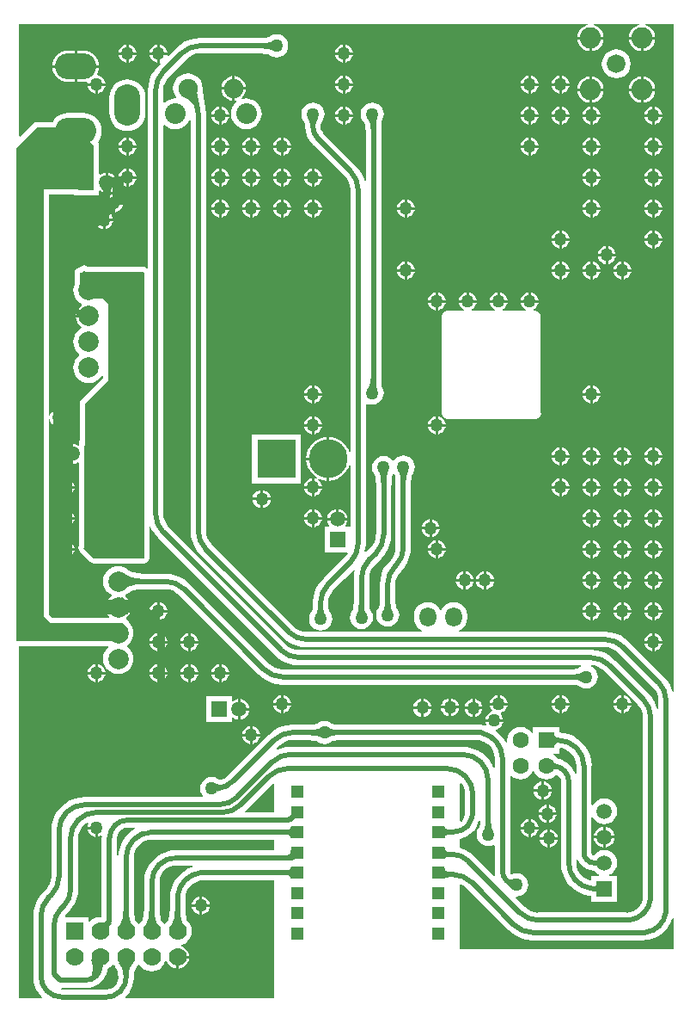
<source format=gbl>
G04*
G04 #@! TF.GenerationSoftware,Altium Limited,Altium Designer,20.1.12 (249)*
G04*
G04 Layer_Physical_Order=2*
G04 Layer_Color=16711680*
%FSTAX24Y24*%
%MOIN*%
G70*
G04*
G04 #@! TF.SameCoordinates,6AE243D0-3920-4146-A994-36ACE33FB78E*
G04*
G04*
G04 #@! TF.FilePolarity,Positive*
G04*
G01*
G75*
%ADD62C,0.0800*%
%ADD82C,0.0197*%
%ADD83C,0.0197*%
%ADD87C,0.0820*%
%ADD88C,0.0720*%
%ADD89C,0.0591*%
%ADD90R,0.0591X0.0591*%
%ADD91R,0.0591X0.0591*%
%ADD92C,0.0787*%
%ADD93R,0.0598X0.0598*%
%ADD94C,0.0598*%
%ADD95C,0.0750*%
%ADD96O,0.0650X0.0750*%
%ADD97C,0.0700*%
%ADD98R,0.0700X0.0700*%
%ADD99R,0.1500X0.1500*%
%ADD100C,0.1500*%
%ADD101R,0.0500X0.0500*%
%ADD102C,0.0630*%
%ADD103R,0.0630X0.0630*%
%ADD104O,0.1000X0.1600*%
%ADD105O,0.1600X0.1000*%
%ADD106C,0.0500*%
G36*
X143884Y046062D02*
X143857Y046049D01*
X143821Y046037D01*
X143778Y046027D01*
X143726Y046018D01*
X1436Y046005D01*
X143442Y045999D01*
X143351Y045998D01*
Y045802D01*
X143442Y045801D01*
X143726Y045782D01*
X143778Y045773D01*
X143821Y045763D01*
X143857Y045751D01*
X143884Y045738D01*
X143904Y045723D01*
Y046077D01*
X143884Y046062D01*
D02*
G37*
G36*
X158373Y04675D02*
X15837Y0467D01*
X158394Y046697D01*
X158518Y046645D01*
X158625Y046564D01*
X158706Y046457D01*
X158758Y046333D01*
X158769Y04625D01*
X158261D01*
X157753D01*
X157764Y046333D01*
X157815Y046457D01*
X157897Y046564D01*
X158004Y046645D01*
X158128Y046697D01*
X158151Y0467D01*
X158148Y04675D01*
X156373D01*
X15637Y0467D01*
X156394Y046697D01*
X156518Y046645D01*
X156625Y046564D01*
X156706Y046457D01*
X156758Y046333D01*
X156769Y04625D01*
X156261D01*
X155753D01*
X155764Y046333D01*
X155815Y046457D01*
X155897Y046564D01*
X156004Y046645D01*
X156128Y046697D01*
X156151Y0467D01*
X156148Y04675D01*
X134091Y04675D01*
Y042399D01*
X134137Y04238D01*
X134649Y042892D01*
X134714Y042935D01*
X134791Y042951D01*
X135388D01*
X135409Y042989D01*
X135496Y043095D01*
X135602Y043182D01*
X135723Y043247D01*
X135854Y043287D01*
X135991Y0433D01*
X136591D01*
X136727Y043287D01*
X136859Y043247D01*
X13698Y043182D01*
X137086Y043095D01*
X137173Y042989D01*
X137238Y042868D01*
X137278Y042737D01*
X137291Y0426D01*
X137278Y042463D01*
X137238Y042332D01*
X137173Y042211D01*
X137144Y042175D01*
X137176Y042127D01*
X137192Y04205D01*
Y041092D01*
X137196D01*
Y040935D01*
X137246Y04091D01*
X137292Y040945D01*
X137388Y040985D01*
X137441Y040992D01*
Y0406D01*
Y040391D01*
X137282D01*
X137303Y040365D01*
X137322Y04033D01*
X137338Y040285D01*
X137353Y040233D01*
X137353Y040229D01*
X137292Y040255D01*
X137246Y04029D01*
X137196Y040265D01*
Y040108D01*
X136639D01*
X136624Y040102D01*
X136607Y040103D01*
X136591Y040099D01*
X136569Y040104D01*
X136546Y040104D01*
X136538Y040108D01*
X136211D01*
Y040149D01*
X135238Y040149D01*
X135238Y031567D01*
X135288Y031563D01*
X135292Y031587D01*
X135327Y031673D01*
X135383Y031746D01*
X135436Y031787D01*
X135434Y031648D01*
X135516Y031567D01*
Y031425D01*
X135434Y031344D01*
X135436Y031206D01*
X135383Y031246D01*
X135327Y03132D01*
X135292Y031405D01*
X135288Y031429D01*
X135238Y031425D01*
Y023886D01*
X135377Y023748D01*
X136893D01*
X1369Y023749D01*
X136905Y023748D01*
X136909Y023749D01*
X136928Y023748D01*
X137576D01*
X137592Y023795D01*
X137589Y023798D01*
X137527Y023878D01*
X138198D01*
Y023852D01*
X138232Y023878D01*
X138316D01*
Y023931D01*
X138362Y023954D01*
X1384Y023969D01*
X138372Y023901D01*
X138293Y023798D01*
X138239Y023756D01*
X138249Y023701D01*
X138301Y023661D01*
X138349Y023599D01*
X138361Y023568D01*
X138434Y02348D01*
X138489Y023377D01*
X138523Y023266D01*
X138534Y02315D01*
X138523Y023034D01*
X138489Y022923D01*
X138434Y02282D01*
X13836Y02273D01*
X138302Y022682D01*
Y022618D01*
X13836Y02257D01*
X138434Y02248D01*
X138489Y022377D01*
X138523Y022266D01*
X138534Y02215D01*
X138523Y022034D01*
X138489Y021923D01*
X138434Y02182D01*
X13836Y02173D01*
X138271Y021657D01*
X138168Y021602D01*
X138057Y021568D01*
X137941Y021557D01*
X137825Y021568D01*
X137714Y021602D01*
X137611Y021657D01*
X137521Y02173D01*
X137447Y02182D01*
X137393Y021923D01*
X137359Y022034D01*
X137347Y02215D01*
X137359Y022266D01*
X137393Y022377D01*
X137447Y02248D01*
X137521Y02257D01*
X137557Y022599D01*
X13754Y022649D01*
X134091Y022649D01*
X134091Y009D01*
X134977D01*
X134995Y009047D01*
X134964Y009073D01*
X134852Y009204D01*
X134762Y009351D01*
X134696Y00951D01*
X134656Y009678D01*
X134642Y00985D01*
X134643D01*
Y012186D01*
X134642D01*
X134658Y012389D01*
X134705Y012587D01*
X134783Y012776D01*
X13489Y012949D01*
X135022Y013105D01*
X135023Y013103D01*
X135137Y013218D01*
X135141Y01322D01*
X135225Y013324D01*
X13529Y013445D01*
X13533Y013577D01*
X135344Y01371D01*
X135343Y013714D01*
Y015502D01*
X135342D01*
X135358Y015705D01*
X135405Y015903D01*
X135483Y016091D01*
X13559Y016265D01*
X135722Y01642D01*
X135877Y016553D01*
X136051Y016659D01*
X136239Y016737D01*
X136438Y016785D01*
X136641Y016801D01*
Y016799D01*
X141185D01*
X14121Y016849D01*
X14117Y016901D01*
X141125Y017009D01*
X14111Y017126D01*
X141125Y017243D01*
X14117Y017351D01*
X141242Y017445D01*
X141335Y017516D01*
X141444Y017561D01*
X141561Y017577D01*
X141677Y017561D01*
X141767Y017524D01*
X141776Y017522D01*
X141819Y0175D01*
X14185Y017489D01*
X141879Y017482D01*
X141907Y01748D01*
X141936Y017482D01*
X141967Y017488D01*
X142001Y017499D01*
X142039Y017516D01*
X14208Y01754D01*
X142117Y017566D01*
X142156Y017598D01*
X142193Y017629D01*
X142227Y017664D01*
X143781Y019218D01*
X14378Y019219D01*
X143935Y019351D01*
X144109Y019458D01*
X144297Y019536D01*
X144496Y019583D01*
X144699Y019599D01*
Y019598D01*
X145203D01*
X145209Y019599D01*
X145297Y0196D01*
X145446Y019606D01*
X14556Y019617D01*
X145598Y019624D01*
X145627Y01963D01*
X14564Y019635D01*
X145643Y019637D01*
X145651Y019641D01*
X145716Y01969D01*
X145824Y019735D01*
X145941Y019751D01*
X146058Y019735D01*
X146166Y01969D01*
X146231Y019641D01*
X146239Y019637D01*
X146242Y019635D01*
X146255Y01963D01*
X146283Y019624D01*
X146318Y019618D01*
X146587Y0196D01*
X146672Y019599D01*
X146679Y019598D01*
X152027D01*
Y019598D01*
X15211Y019587D01*
X152178Y019559D01*
X152195Y019571D01*
X152202Y019578D01*
X152214Y019596D01*
X152183Y019671D01*
X152177Y019713D01*
X15287D01*
X152865Y019671D01*
X15283Y019586D01*
X152773Y019513D01*
X1527Y019457D01*
X152615Y019422D01*
X15259Y019418D01*
X152579Y019367D01*
X152605Y019351D01*
X15276Y019219D01*
X152892Y019064D01*
X152986Y01891D01*
X153034Y018927D01*
X153025Y019D01*
X153042Y019134D01*
X153094Y019258D01*
X153176Y019365D01*
X153283Y019447D01*
X153407Y019499D01*
X153541Y019516D01*
X153674Y019499D01*
X153799Y019447D01*
X153906Y019365D01*
X153979Y01927D01*
X154029Y019283D01*
Y019512D01*
X155053D01*
Y019314D01*
X155054Y019308D01*
X155054Y019295D01*
X155208Y019283D01*
X155406Y019236D01*
X155595Y019158D01*
X155768Y019051D01*
X155923Y018919D01*
X156056Y018764D01*
X156162Y01859D01*
X15624Y018401D01*
X156288Y018203D01*
X156304Y018D01*
X156303D01*
Y016498D01*
X156353Y016488D01*
X156358Y0165D01*
X156437Y016604D01*
X156541Y016683D01*
X156661Y016733D01*
X156791Y01675D01*
X15692Y016733D01*
X157041Y016683D01*
X157145Y016604D01*
X157224Y0165D01*
X157274Y016379D01*
X157291Y01625D01*
X157274Y016121D01*
X157224Y016D01*
X157145Y015896D01*
X157041Y015817D01*
X15692Y015767D01*
X156791Y01575D01*
X156661Y015767D01*
X156541Y015817D01*
X156437Y015896D01*
X156358Y016D01*
X156353Y016012D01*
X156303Y016002D01*
Y01464D01*
X156303D01*
X15631Y014605D01*
X15633Y014575D01*
X15636Y014555D01*
X156395Y014549D01*
X156437Y014604D01*
X156541Y014683D01*
X156661Y014733D01*
X156791Y01475D01*
X15692Y014733D01*
X157041Y014683D01*
X157145Y014604D01*
X157224Y0145D01*
X157274Y01438D01*
X157291Y01425D01*
X157274Y014121D01*
X157224Y014D01*
X157145Y013896D01*
X157041Y013817D01*
X156991Y013796D01*
X157001Y013746D01*
X157287D01*
Y012754D01*
X156295D01*
Y012915D01*
X156282Y012961D01*
X156281Y012961D01*
X156213Y012967D01*
X156014Y013014D01*
X155826Y013092D01*
X155652Y013199D01*
X155497Y013331D01*
X155365Y013486D01*
X155258Y01366D01*
X15518Y013849D01*
X155133Y014047D01*
X155117Y01425D01*
X155118D01*
Y0174D01*
X155118Y017401D01*
X155108Y017478D01*
X155078Y017551D01*
X15503Y017614D01*
X154978Y017653D01*
X154919Y017652D01*
X154906Y017635D01*
X154799Y017553D01*
X154674Y017501D01*
X154541Y017484D01*
X154407Y017501D01*
X154283Y017553D01*
X154176Y017635D01*
X154094Y017742D01*
X154068Y017804D01*
X154014D01*
X153988Y017742D01*
X153906Y017635D01*
X153799Y017553D01*
X153674Y017501D01*
X153541Y017484D01*
X153407Y017501D01*
X153283Y017553D01*
X153189Y017625D01*
X153139Y017607D01*
Y01395D01*
X153138Y013943D01*
X153156Y013853D01*
X153185Y013809D01*
X153219Y013818D01*
X153246Y013827D01*
X153257Y013828D01*
X153274Y013835D01*
X153391Y013851D01*
X153508Y013835D01*
X153616Y01379D01*
X15371Y013719D01*
X153781Y013625D01*
X153826Y013517D01*
X153842Y0134D01*
X153826Y013283D01*
X153781Y013175D01*
X15371Y013081D01*
X153616Y01301D01*
X153508Y012965D01*
X153391Y012949D01*
X153378Y012951D01*
X153356Y012906D01*
X153734Y012528D01*
X153736Y012525D01*
X153839Y01244D01*
X153961Y012375D01*
X154093Y012335D01*
X154226Y012322D01*
X15423Y012323D01*
X157666D01*
X157668Y012322D01*
X157788Y012334D01*
X157906Y01237D01*
X158015Y012428D01*
X15811Y012506D01*
X158188Y012601D01*
X158246Y01271D01*
X158282Y012828D01*
X158293Y012948D01*
X158293Y01295D01*
Y019886D01*
X158294Y01989D01*
X15828Y020023D01*
X15824Y020155D01*
X158175Y020276D01*
X158091Y02038D01*
X158087Y020382D01*
X156808Y021662D01*
X156773Y021697D01*
X156736Y021728D01*
X156667Y021785D01*
X156546Y02185D01*
X156414Y02189D01*
X156301Y021901D01*
X156289Y021852D01*
X156316Y02184D01*
X15641Y021769D01*
X156481Y021675D01*
X156526Y021567D01*
X156542Y02145D01*
X156526Y021333D01*
X156481Y021225D01*
X15641Y021131D01*
X156316Y02106D01*
X156208Y021015D01*
X156091Y020999D01*
X155974Y021015D01*
X155866Y02106D01*
X155801Y021109D01*
X155793Y021113D01*
X15579Y021115D01*
X155777Y02112D01*
X155748Y021126D01*
X155713Y021132D01*
X155445Y02115D01*
X155359Y021151D01*
X155353Y021152D01*
X144305D01*
Y021151D01*
X144102Y021167D01*
X143904Y021214D01*
X143715Y021292D01*
X143541Y021399D01*
X143386Y021531D01*
X143387Y021532D01*
X140308Y024612D01*
X140273Y024647D01*
X140236Y024678D01*
X140167Y024735D01*
X140046Y0248D01*
X139914Y02484D01*
X139781Y024853D01*
X139777Y024852D01*
X139118D01*
X139112Y024851D01*
X138978Y024849D01*
X138861Y024844D01*
X138653Y024824D01*
X138572Y02481D01*
X138502Y024793D01*
X138446Y024775D01*
X138404Y024757D01*
X138376Y024741D01*
X138347Y024717D01*
X138338Y024712D01*
X138271Y024657D01*
X138211Y024625D01*
X138209Y024621D01*
X138209Y024567D01*
X138293Y024502D01*
X138337Y024445D01*
X138202D01*
X138198Y024448D01*
Y024445D01*
X137701D01*
X137704Y024464D01*
X137679Y024452D01*
X137656Y024445D01*
X137545D01*
X137589Y024502D01*
X137673Y024567D01*
X137672Y024621D01*
X13767Y024625D01*
X137611Y024657D01*
X137521Y02473D01*
X137447Y02482D01*
X137393Y024923D01*
X137359Y025034D01*
X137347Y02515D01*
X137359Y025266D01*
X137393Y025377D01*
X137447Y02548D01*
X137521Y02557D01*
X137611Y025643D01*
X137714Y025698D01*
X137825Y025732D01*
X137941Y025743D01*
X138057Y025732D01*
X138168Y025698D01*
X138271Y025643D01*
X138338Y025588D01*
X138347Y025583D01*
X138376Y025559D01*
X138404Y025543D01*
X138446Y025525D01*
X138502Y025507D01*
X138572Y02549D01*
X138651Y025477D01*
X138982Y025451D01*
X139112Y025449D01*
X139118Y025448D01*
X139777D01*
Y025449D01*
X13998Y025433D01*
X140178Y025386D01*
X140367Y025308D01*
X14054Y025201D01*
X140695Y025069D01*
X140695Y025069D01*
X14073Y025032D01*
X143809Y021953D01*
X143811Y02195D01*
X143914Y021865D01*
X144036Y0218D01*
X144168Y02176D01*
X144301Y021747D01*
X144305Y021748D01*
X155353D01*
X155359Y021749D01*
X155447Y02175D01*
X155596Y021756D01*
X15571Y021767D01*
X155748Y021774D01*
X155777Y02178D01*
X15579Y021785D01*
X155793Y021787D01*
X155801Y021791D01*
X155866Y02184D01*
X155894Y021852D01*
X155884Y021902D01*
X144955D01*
Y021901D01*
X144752Y021917D01*
X144554Y021964D01*
X144365Y022042D01*
X144191Y022149D01*
X144036Y022281D01*
X144037Y022282D01*
X139509Y026811D01*
X139472Y026845D01*
X139472Y026845D01*
X13934Y027001D01*
X139233Y027174D01*
X139192Y027275D01*
X139142Y027265D01*
Y02605D01*
X139126Y025973D01*
X139083Y025908D01*
X139018Y025865D01*
X138941Y025849D01*
X136991Y025849D01*
X136914Y025865D01*
X136849Y025908D01*
X136449Y026308D01*
X136405Y026373D01*
X13639Y02645D01*
X136405Y026527D01*
X136415Y026541D01*
Y029749D01*
X136365Y029774D01*
X13634Y029755D01*
X136244Y029715D01*
X136191Y029708D01*
Y0301D01*
Y030492D01*
X136244Y030485D01*
X13634Y030445D01*
X136386Y03041D01*
X136436Y030435D01*
Y030592D01*
X13644D01*
Y032027D01*
X136455Y032104D01*
X136499Y032169D01*
X13734Y03301D01*
Y033102D01*
X13729Y033114D01*
X137284Y033103D01*
X13721Y033013D01*
X137121Y03294D01*
X137018Y032885D01*
X136907Y032851D01*
X136791Y03284D01*
X136675Y032851D01*
X136564Y032885D01*
X136461Y03294D01*
X136371Y033013D01*
X136297Y033103D01*
X136243Y033206D01*
X136209Y033317D01*
X136197Y033433D01*
X136209Y033549D01*
X136243Y03366D01*
X136297Y033763D01*
X136371Y033853D01*
X13643Y033901D01*
Y033965D01*
X136371Y034013D01*
X136297Y034103D01*
X136243Y034206D01*
X136209Y034317D01*
X136197Y034433D01*
X136209Y034549D01*
X136243Y03466D01*
X136297Y034763D01*
X136371Y034853D01*
X136461Y034926D01*
X13652Y034958D01*
X136522Y034962D01*
X136523Y035016D01*
X136439Y035081D01*
X13636Y035184D01*
X13631Y035304D01*
X136299Y035383D01*
X136791D01*
Y035483D01*
X136299D01*
X13631Y035562D01*
X13636Y035682D01*
X136439Y035785D01*
X136523Y03585D01*
X136522Y035904D01*
X13652Y035908D01*
X136461Y03594D01*
X136371Y036013D01*
X136297Y036103D01*
X136243Y036206D01*
X136209Y036317D01*
X136197Y036433D01*
X136209Y036549D01*
X13624Y036652D01*
Y0371D01*
X136255Y037177D01*
X136299Y037242D01*
X136364Y037285D01*
X136431Y037299D01*
X136474Y037342D01*
X136474Y037342D01*
X136539Y037385D01*
X136616Y037401D01*
X136693Y037385D01*
X136745Y037351D01*
X138891D01*
X138968Y037335D01*
X139033Y037292D01*
X139043Y037282D01*
X139093Y037302D01*
Y044186D01*
X139092D01*
X139108Y044389D01*
X139155Y044587D01*
X139233Y044776D01*
X13934Y044949D01*
X139472Y045105D01*
X139473Y045103D01*
X139578Y045208D01*
X139554Y045255D01*
X139541Y045254D01*
Y04555D01*
X139837D01*
X139836Y045537D01*
X139883Y045513D01*
X140187Y045818D01*
X140186Y045819D01*
X140341Y045951D01*
X140515Y046058D01*
X140704Y046136D01*
X140902Y046183D01*
X141105Y046199D01*
Y046198D01*
X143343D01*
X143349Y046199D01*
X143437Y0462D01*
X143586Y046206D01*
X1437Y046217D01*
X143738Y046224D01*
X143766Y04623D01*
X14378Y046235D01*
X143783Y046237D01*
X14379Y046241D01*
X143855Y04629D01*
X143964Y046335D01*
X14408Y046351D01*
X144197Y046335D01*
X144306Y04629D01*
X144399Y046219D01*
X144471Y046125D01*
X144516Y046017D01*
X144531Y0459D01*
X144516Y045783D01*
X144471Y045675D01*
X144399Y045581D01*
X144306Y04551D01*
X144197Y045465D01*
X14408Y045449D01*
X143964Y045465D01*
X143855Y04551D01*
X14379Y045559D01*
X143783Y045563D01*
X14378Y045565D01*
X143766Y04557D01*
X143738Y045576D01*
X143703Y045582D01*
X143434Y0456D01*
X143349Y045601D01*
X143343Y045602D01*
X141105D01*
X141101Y045603D01*
X140968Y04559D01*
X140836Y04555D01*
X140714Y045485D01*
X140611Y0454D01*
X140609Y045397D01*
X139894Y044682D01*
X139891Y04468D01*
X139806Y044576D01*
X139741Y044455D01*
X139701Y044323D01*
X139688Y04419D01*
X139689Y044186D01*
Y043721D01*
X139739Y043701D01*
X139816Y043764D01*
X139919Y04382D01*
X140032Y043854D01*
X140149Y043865D01*
X140158Y043865D01*
X140182Y043908D01*
X140141Y043962D01*
X140084Y044101D01*
X140064Y04425D01*
X140084Y044399D01*
X140141Y044538D01*
X140233Y044658D01*
X140352Y04475D01*
X140492Y044807D01*
X140641Y044827D01*
X14079Y044807D01*
X140929Y04475D01*
X141049Y044658D01*
X14114Y044538D01*
X141198Y044399D01*
X141218Y04425D01*
X141205Y044156D01*
X141322Y043502D01*
X141322Y043499D01*
X141324Y043489D01*
X14134Y043286D01*
X141339D01*
Y027114D01*
X141338Y02711D01*
X141351Y026977D01*
X141391Y026845D01*
X141456Y026724D01*
X141541Y02662D01*
X141544Y026618D01*
X144759Y023403D01*
X144761Y0234D01*
X144864Y023315D01*
X144986Y02325D01*
X145118Y02321D01*
X145251Y023197D01*
X145255Y023198D01*
X149726D01*
X149736Y023248D01*
X149678Y023272D01*
X149569Y023356D01*
X149485Y023465D01*
X149432Y023591D01*
X149415Y023728D01*
Y023828D01*
X149432Y023964D01*
X149485Y024091D01*
X149569Y0242D01*
X149678Y024284D01*
X149805Y024336D01*
X149941Y024354D01*
X150077Y024336D01*
X150204Y024284D01*
X150313Y0242D01*
X150397Y024091D01*
X150421Y024033D01*
X150471D01*
X150495Y024091D01*
X150579Y0242D01*
X150688Y024284D01*
X150815Y024336D01*
X150951Y024354D01*
X151087Y024336D01*
X151214Y024284D01*
X151323Y0242D01*
X151407Y024091D01*
X151459Y023964D01*
X151477Y023828D01*
Y023728D01*
X151459Y023591D01*
X151407Y023465D01*
X151323Y023356D01*
X151214Y023272D01*
X151156Y023248D01*
X151166Y023198D01*
X156827D01*
Y023199D01*
X15703Y023183D01*
X157228Y023136D01*
X157417Y023058D01*
X15759Y022951D01*
X157745Y022819D01*
X157744Y022818D01*
X159109Y021453D01*
X15911Y021455D01*
X159242Y021299D01*
X159349Y021126D01*
X159427Y020937D01*
X159441Y020878D01*
X159491Y020884D01*
Y04675D01*
X158373D01*
D02*
G37*
G36*
X140485Y043909D02*
X140565Y043869D01*
X140637Y043826D01*
X140702Y04378D01*
X140759Y043731D01*
X140808Y043679D01*
X140849Y043624D01*
X140883Y043566D01*
X140909Y043505D01*
X140927Y043441D01*
X140938Y043374D01*
X141124Y043466D01*
X141002Y04415D01*
X140485Y043909D01*
D02*
G37*
G36*
X140647Y042933D02*
X140573Y042842D01*
X140482Y042767D01*
X140378Y042712D01*
X140266Y042678D01*
X140149Y042666D01*
X140032Y042678D01*
X139919Y042712D01*
X139816Y042767D01*
X139739Y04283D01*
X139689Y042811D01*
Y027764D01*
X139688Y02776D01*
X139701Y027627D01*
X139741Y027495D01*
X139806Y027374D01*
X139863Y027305D01*
X139894Y027268D01*
X139929Y027233D01*
X144459Y022703D01*
X144461Y0227D01*
X144564Y022615D01*
X144686Y02255D01*
X144818Y02251D01*
X144951Y022497D01*
X144955Y022498D01*
X156277D01*
Y022499D01*
X15648Y022483D01*
X156678Y022436D01*
X156867Y022358D01*
X15704Y022251D01*
X157195Y022119D01*
X157195Y022119D01*
X15723Y022082D01*
X158509Y020803D01*
X15851Y020805D01*
X158642Y020649D01*
X158749Y020476D01*
X158827Y020287D01*
X158843Y020219D01*
X158893Y020225D01*
Y020536D01*
X158894Y02054D01*
X15888Y020673D01*
X15884Y020805D01*
X158775Y020926D01*
X158691Y02103D01*
X158687Y021032D01*
X157323Y022397D01*
X157321Y0224D01*
X157217Y022485D01*
X157096Y02255D01*
X156964Y02259D01*
X156831Y022603D01*
X156827Y022602D01*
X145255D01*
Y022601D01*
X145052Y022617D01*
X144854Y022664D01*
X144665Y022742D01*
X144491Y022849D01*
X144336Y022981D01*
X144337Y022982D01*
X141123Y026197D01*
X141122Y026195D01*
X14099Y026351D01*
X140883Y026524D01*
X140805Y026713D01*
X140758Y026911D01*
X140742Y027114D01*
X140743D01*
Y043005D01*
X140693Y043018D01*
X140647Y042933D01*
D02*
G37*
G36*
X136516Y0371D02*
X136441D01*
Y0363D01*
X136641Y0361D01*
X137341D01*
X137541Y0359D01*
Y032927D01*
X136641Y032027D01*
Y03D01*
X136616Y0298D01*
Y026475D01*
X136591Y02645D01*
X136991Y02605D01*
X138941Y02605D01*
X138941Y0371D01*
X138891Y03715D01*
X136666D01*
X136616Y0372D01*
X136516Y0371D01*
D02*
G37*
G36*
X138219Y024871D02*
X13826Y024906D01*
X138312Y024936D01*
X138375Y024963D01*
X138448Y024987D01*
X138532Y025007D01*
X138626Y025023D01*
X138847Y025044D01*
X138973Y02505D01*
X139109Y025052D01*
Y025248D01*
X138973Y02525D01*
X138626Y025277D01*
X138532Y025293D01*
X138448Y025313D01*
X138375Y025337D01*
X138312Y025364D01*
X13826Y025394D01*
X138219Y025429D01*
Y024871D01*
D02*
G37*
G36*
X136191Y04275D02*
X134791D01*
X133991Y04195D01*
X133991Y02285D01*
X137941Y02285D01*
Y02325D01*
X137748Y023443D01*
X137765Y023502D01*
X136899Y023548D01*
X136857Y02345D01*
X135391D01*
X135038Y023803D01*
X135038Y04035D01*
X136541Y04035D01*
X136591Y0403D01*
X136991Y04055D01*
Y04205D01*
X136421Y04262D01*
X136391Y04295D01*
X136191Y04275D01*
D02*
G37*
G36*
X155895Y021612D02*
X155867Y021599D01*
X155831Y021587D01*
X155788Y021577D01*
X155737Y021568D01*
X15561Y021555D01*
X155452Y021549D01*
X155361Y021548D01*
Y021352D01*
X155452Y021351D01*
X155737Y021332D01*
X155788Y021323D01*
X155831Y021313D01*
X155867Y021301D01*
X155895Y021288D01*
X155914Y021273D01*
Y021627D01*
X155895Y021612D01*
D02*
G37*
G36*
X145745Y019462D02*
X145717Y019449D01*
X145681Y019437D01*
X145638Y019427D01*
X145587Y019418D01*
X14546Y019405D01*
X145302Y019399D01*
X145211Y019398D01*
Y019202D01*
X145302Y019201D01*
X145587Y019182D01*
X145638Y019173D01*
X145681Y019163D01*
X145717Y019151D01*
X145745Y019138D01*
X145764Y019123D01*
Y019477D01*
X145745Y019462D01*
D02*
G37*
G36*
X146118Y019123D02*
X146137Y019138D01*
X146165Y019151D01*
X1462Y019163D01*
X146244Y019173D01*
X146295Y019182D01*
X146422Y019195D01*
X14658Y019201D01*
X146671Y019202D01*
Y019398D01*
X14658Y019399D01*
X146295Y019418D01*
X146244Y019427D01*
X1462Y019437D01*
X146165Y019449D01*
X146137Y019462D01*
X146118Y019477D01*
Y019123D01*
D02*
G37*
G36*
X144562Y01899D02*
X14443Y01895D01*
X144308Y018885D01*
X144205Y0188D01*
X144202Y018797D01*
X144091Y018685D01*
X144119Y018642D01*
X144223Y018686D01*
X144422Y018733D01*
X144625Y018749D01*
Y018748D01*
X151291D01*
Y018749D01*
X151494Y018733D01*
X151692Y018686D01*
X151881Y018608D01*
X152055Y018501D01*
X15221Y018369D01*
X152342Y018214D01*
X152449Y01804D01*
X152493Y017932D01*
X152543Y017942D01*
Y0183D01*
X152544Y018304D01*
X15253Y018437D01*
X15249Y018569D01*
X152425Y018691D01*
X152338Y018797D01*
X152232Y018885D01*
X15211Y01895D01*
X151987Y018987D01*
X151987Y018987D01*
X151979Y018989D01*
X151972Y01899D01*
X151955Y018998D01*
X151941Y019002D01*
X146679D01*
X146672Y019001D01*
X146585Y019D01*
X146435Y018994D01*
X146322Y018983D01*
X146283Y018976D01*
X146255Y01897D01*
X146242Y018965D01*
X146239Y018963D01*
X146231Y018959D01*
X146166Y01891D01*
X146058Y018865D01*
X145941Y018849D01*
X145824Y018865D01*
X145716Y01891D01*
X145651Y018959D01*
X145643Y018963D01*
X14564Y018965D01*
X145627Y01897D01*
X145598Y018976D01*
X145563Y018982D01*
X145295Y019D01*
X145209Y019001D01*
X145203Y019002D01*
X144699D01*
X144695Y019003D01*
X144562Y01899D01*
D02*
G37*
G36*
X154853Y0187D02*
X154855Y018738D01*
X154859Y018772D01*
X154867Y018803D01*
X154878Y018829D01*
X154891Y018851D01*
X154908Y018869D01*
X154928Y018883D01*
X15495Y018894D01*
X154976Y0189D01*
X155005Y018902D01*
Y019098D01*
X154976Y0191D01*
X15495Y019107D01*
X154928Y019117D01*
X154908Y019131D01*
X154891Y019149D01*
X154878Y019171D01*
X154867Y019197D01*
X154859Y019228D01*
X154855Y019262D01*
X154853Y0193D01*
Y0187D01*
D02*
G37*
G36*
X154818Y017851D02*
X154826Y017863D01*
X154837Y017873D01*
X154849Y017881D01*
X154862Y017887D01*
X154878Y01789D01*
X154896Y017891D01*
X154915Y01789D01*
X154937Y017886D01*
X15496Y01788D01*
X154985Y017872D01*
X154987Y018077D01*
X154958Y018085D01*
X15487Y018114D01*
X154854Y018121D01*
X154842Y018127D01*
X154831Y018134D01*
X154824Y018141D01*
X154819Y018147D01*
X154818Y017851D01*
D02*
G37*
G36*
X155053Y018648D02*
Y018488D01*
X154824D01*
X154811Y018438D01*
X154906Y018365D01*
X154959Y018296D01*
X155015Y018277D01*
X155037Y018271D01*
X155051Y018265D01*
X155065Y018262D01*
X15507Y018258D01*
X15516Y018231D01*
X155316Y018148D01*
X155452Y018036D01*
X155564Y0179D01*
X155647Y017744D01*
X155657Y017712D01*
X155707Y017719D01*
Y018D01*
X155707Y018004D01*
X155694Y018137D01*
X155654Y018269D01*
X155589Y018391D01*
X155502Y018497D01*
X155395Y018585D01*
X155274Y01865D01*
X155142Y01869D01*
X1551Y018694D01*
X155053Y018648D01*
D02*
G37*
G36*
X142189Y017371D02*
X142131Y017337D01*
X142074Y017311D01*
X142017Y017293D01*
X141961Y017282D01*
X141905Y017279D01*
X141849Y017283D01*
X141794Y017296D01*
X14174Y017315D01*
X141685Y017343D01*
X141774Y016996D01*
X142263Y017185D01*
X142247Y017412D01*
X142189Y017371D01*
D02*
G37*
G36*
X142934Y016322D02*
X1429Y016286D01*
X1429Y016286D01*
X142849Y016243D01*
X142867Y016196D01*
X143991D01*
Y017313D01*
X143945Y017333D01*
X142934Y016322D01*
D02*
G37*
G36*
X151191Y017321D02*
Y015872D01*
X151241Y015847D01*
X151279Y015877D01*
X151281Y015879D01*
X151346Y016D01*
X151386Y016132D01*
X151399Y016265D01*
X151398Y016269D01*
Y0169D01*
X151399Y016904D01*
X151386Y017037D01*
X151346Y017169D01*
X151281Y017291D01*
X151241Y017339D01*
X151191Y017321D01*
D02*
G37*
G36*
X144655Y016248D02*
X144661Y016228D01*
X144662Y016206D01*
X144657Y016181D01*
X144646Y016153D01*
X144629Y016122D01*
X144606Y016088D01*
X144578Y016052D01*
X144543Y016013D01*
X144503Y015971D01*
X144642Y015832D01*
X144684Y015872D01*
X144759Y015935D01*
X144793Y015958D01*
X144824Y015975D01*
X144851Y015986D01*
X144877Y015991D01*
X144899Y01599D01*
X144919Y015984D01*
X144935Y015971D01*
X144642Y016264D01*
X144655Y016248D01*
D02*
G37*
G36*
X152192Y015989D02*
X152173Y015704D01*
X152164Y015653D01*
X152154Y015609D01*
X152142Y015574D01*
X152129Y015546D01*
X152114Y015527D01*
X152468D01*
X152453Y015546D01*
X15244Y015574D01*
X152428Y015609D01*
X152418Y015653D01*
X152409Y015704D01*
X152396Y015831D01*
X15239Y015989D01*
X152389Y01608D01*
X152192D01*
X152192Y015989D01*
D02*
G37*
G36*
X1367Y015789D02*
X136594Y015702D01*
X136506Y015595D01*
X136441Y015474D01*
X136401Y015342D01*
X136388Y015209D01*
X136389Y015205D01*
Y013205D01*
X13639D01*
X136375Y013024D01*
X136333Y012848D01*
X136264Y01268D01*
X136169Y012526D01*
X136083Y012425D01*
X136052Y012388D01*
X136051Y012388D01*
X136051Y012389D01*
X135969Y012307D01*
X135934Y012272D01*
X135903Y012235D01*
X135871Y012197D01*
X135895Y012147D01*
X136788D01*
Y011986D01*
X136835Y011969D01*
X136851Y01199D01*
X136965Y012078D01*
X137098Y012133D01*
X137241Y012152D01*
X137266Y012148D01*
X137303Y012181D01*
Y0152D01*
X137301D01*
X137308Y015269D01*
X13726Y015291D01*
X137182Y015259D01*
X137141Y015254D01*
Y0156D01*
X137091D01*
Y01565D01*
X136744D01*
X13675Y015691D01*
X136785Y015777D01*
X136787Y015779D01*
X136754Y015818D01*
X1367Y015789D01*
D02*
G37*
G36*
X14464Y01566D02*
X144634Y015635D01*
X144624Y015612D01*
X144611Y015593D01*
X144593Y015576D01*
X144571Y015562D01*
X144546Y015552D01*
X144516Y015544D01*
X144483Y01554D01*
X144445Y015538D01*
Y015342D01*
X144483Y01534D01*
X144516Y015336D01*
X144546Y015328D01*
X144571Y015318D01*
X144593Y015304D01*
X144611Y015287D01*
X144624Y015268D01*
X144634Y015245D01*
X14464Y01522D01*
X144642Y015191D01*
Y015689D01*
X14464Y01566D01*
D02*
G37*
G36*
X150601Y015191D02*
X150603Y015222D01*
X150609Y015249D01*
X150619Y015273D01*
X150633Y015294D01*
X150651Y015311D01*
X150672Y015326D01*
X150698Y015337D01*
X150727Y015345D01*
X150761Y01535D01*
X150798Y015352D01*
Y015548D01*
X150761Y01555D01*
X150727Y015554D01*
X150698Y015561D01*
X150672Y015571D01*
X150651Y015584D01*
X150633Y015599D01*
X150619Y015617D01*
X150609Y015638D01*
X150603Y015662D01*
X150601Y015689D01*
Y015191D01*
D02*
G37*
G36*
X151932Y015868D02*
X151854Y01568D01*
X15177Y015544D01*
X151747Y015506D01*
X151744Y015501D01*
X151714Y015467D01*
X151714Y015467D01*
X151585Y015357D01*
X151441Y015269D01*
X151285Y015204D01*
X151191Y015182D01*
Y014837D01*
X151259Y014821D01*
X151432Y014749D01*
X151592Y014651D01*
X151734Y01453D01*
X151733Y014529D01*
X15252Y013742D01*
X152563Y013768D01*
X152558Y013784D01*
X152542Y01395D01*
X152543D01*
Y014921D01*
X152493Y01495D01*
X152408Y014915D01*
X152291Y014899D01*
X152174Y014915D01*
X152066Y01496D01*
X151972Y015031D01*
X151901Y015125D01*
X151856Y015233D01*
X15184Y01535D01*
X151856Y015467D01*
X151901Y015575D01*
X15195Y01564D01*
X151954Y015648D01*
X151956Y015651D01*
X151961Y015664D01*
X151967Y015692D01*
X151973Y015728D01*
X151982Y015864D01*
X151933Y015871D01*
X151932Y015868D01*
D02*
G37*
G36*
X138203Y015597D02*
X138103Y015556D01*
X138018Y015491D01*
X137953Y015406D01*
X137912Y015306D01*
X137898Y015204D01*
X137899Y0152D01*
Y014535D01*
X137949Y014533D01*
X137958Y014643D01*
X138005Y014842D01*
X138083Y01503D01*
X13819Y015204D01*
X138322Y015359D01*
X138477Y015491D01*
X13859Y01556D01*
X138576Y01561D01*
X138309D01*
X138305Y015611D01*
X138203Y015597D01*
D02*
G37*
G36*
X150601Y014401D02*
X150603Y014416D01*
X150609Y01443D01*
X150619Y014442D01*
X150633Y014453D01*
X150651Y014461D01*
X150672Y014469D01*
X150698Y014474D01*
X150727Y014478D01*
X150761Y014481D01*
X150798Y014482D01*
Y014678D01*
X150761Y014681D01*
X150727Y014687D01*
X150698Y014698D01*
X150672Y014714D01*
X150651Y014734D01*
X150633Y014758D01*
X150619Y014786D01*
X150609Y014819D01*
X150603Y014857D01*
X150601Y014899D01*
Y014401D01*
D02*
G37*
G36*
X144641Y014788D02*
X144635Y014737D01*
X144625Y014693D01*
X144611Y014655D01*
X144593Y014622D01*
X144572Y014596D01*
X144546Y014575D01*
X144516Y01456D01*
X144483Y014551D01*
X144445Y014548D01*
Y014352D01*
X144642Y014391D01*
X144643Y014844D01*
X144641Y014788D01*
D02*
G37*
G36*
X14464Y01409D02*
X144634Y014065D01*
X144624Y014042D01*
X144611Y014023D01*
X144593Y014006D01*
X144571Y013992D01*
X144546Y013982D01*
X144516Y013974D01*
X144483Y01397D01*
X144445Y013968D01*
Y013772D01*
X144483Y01377D01*
X144516Y013766D01*
X144546Y013758D01*
X144571Y013748D01*
X144593Y013734D01*
X144611Y013717D01*
X144624Y013698D01*
X144634Y013675D01*
X14464Y01365D01*
X144642Y013621D01*
Y014119D01*
X14464Y01409D01*
D02*
G37*
G36*
X150601Y013611D02*
X150603Y013626D01*
X150609Y01364D01*
X150619Y013652D01*
X150633Y013663D01*
X150651Y013671D01*
X150672Y013679D01*
X150698Y013684D01*
X150727Y013688D01*
X150761Y013691D01*
X150798Y013692D01*
Y013888D01*
X150761Y013891D01*
X150727Y013897D01*
X150698Y013908D01*
X150672Y013924D01*
X150651Y013944D01*
X150633Y013968D01*
X150619Y013996D01*
X150609Y014029D01*
X150603Y014067D01*
X150601Y014109D01*
Y013611D01*
D02*
G37*
G36*
X155723Y014362D02*
X155714Y014358D01*
Y01425D01*
X155713Y014246D01*
X155726Y014113D01*
X155766Y013981D01*
X155831Y013859D01*
X155919Y013753D01*
X156025Y013665D01*
X156147Y0136D01*
X156245Y013571D01*
X156295Y013607D01*
Y013746D01*
X156581D01*
X15659Y013796D01*
X156541Y013817D01*
X156437Y013896D01*
X156395Y013951D01*
X15626Y013965D01*
X156131Y014004D01*
X156012Y014067D01*
X155908Y014153D01*
X155822Y014257D01*
X155764Y014367D01*
X155723Y014362D01*
D02*
G37*
G36*
X153276Y013625D02*
X15317Y013598D01*
X153151Y013595D01*
X153134Y013595D01*
X153121Y013596D01*
X15311Y013598D01*
X153102Y013603D01*
X153054Y013396D01*
X153067Y013388D01*
X15308Y013378D01*
X153093Y013367D01*
X153119Y013342D01*
X153132Y013328D01*
X153158Y013297D01*
X153183Y01326D01*
X153309Y013636D01*
X153276Y013625D01*
D02*
G37*
G36*
X156493Y013393D02*
X156491Y013384D01*
X156487Y013376D01*
X156482Y013368D01*
X156475Y013362D01*
X156466Y013357D01*
X156456Y013353D01*
X156444Y013351D01*
X156431Y013349D01*
X156416Y013348D01*
Y013152D01*
X156431Y013151D01*
X156444Y013149D01*
X156456Y013147D01*
X156466Y013143D01*
X156475Y013138D01*
X156482Y013132D01*
X156487Y013124D01*
X156491Y013116D01*
X156493Y013107D01*
X156494Y013096D01*
Y013404D01*
X156493Y013393D01*
D02*
G37*
G36*
X139104Y01513D02*
X138972Y01509D01*
X13885Y015025D01*
X138744Y014937D01*
X138656Y014831D01*
X138591Y014709D01*
X138551Y014577D01*
X138538Y014444D01*
X138539Y01444D01*
Y012646D01*
X13854Y012641D01*
X138546Y012411D01*
X138562Y012228D01*
X138574Y012157D01*
X138587Y012096D01*
X138602Y012048D01*
X138616Y012015D01*
X138626Y011996D01*
X138644Y011974D01*
X138646Y01197D01*
X138712Y011884D01*
X138741Y011879D01*
X138769Y011884D01*
X138835Y01197D01*
X138838Y011974D01*
X138855Y011996D01*
X138866Y012015D01*
X13888Y012048D01*
X138894Y012096D01*
X138908Y012157D01*
X138919Y012226D01*
X13894Y012521D01*
X138942Y012638D01*
X138943Y012644D01*
Y0135D01*
X138942D01*
X138957Y013695D01*
X139003Y013886D01*
X139078Y014067D01*
X13918Y014234D01*
X139308Y014383D01*
X139457Y014511D01*
X139624Y014613D01*
X139805Y014688D01*
X139995Y014734D01*
X140191Y014749D01*
Y014748D01*
X143991D01*
Y015142D01*
X139241D01*
X139237Y015143D01*
X139104Y01513D01*
D02*
G37*
G36*
X140063Y01414D02*
X139941Y014103D01*
X139828Y014043D01*
X139729Y013962D01*
X139648Y013863D01*
X139588Y01375D01*
X139551Y013627D01*
X139538Y013503D01*
X139539Y0135D01*
Y012646D01*
X13954Y012641D01*
X139546Y012411D01*
X139562Y012228D01*
X139574Y012157D01*
X139587Y012096D01*
X139602Y012048D01*
X139616Y012015D01*
X139626Y011996D01*
X139644Y011974D01*
X139646Y01197D01*
X139712Y011884D01*
X139741Y011879D01*
X139769Y011884D01*
X139835Y01197D01*
X139838Y011974D01*
X139855Y011996D01*
X139866Y012015D01*
X13988Y012048D01*
X139894Y012096D01*
X139908Y012157D01*
X139919Y012226D01*
X13994Y012521D01*
X139942Y012638D01*
X139943Y012644D01*
Y01287D01*
X139942D01*
X139958Y013073D01*
X140005Y013271D01*
X140083Y01346D01*
X14019Y013634D01*
X140322Y013789D01*
X140477Y013921D01*
X140651Y014028D01*
X140839Y014106D01*
X140834Y014152D01*
X140191D01*
X140188Y014153D01*
X140063Y01414D01*
D02*
G37*
G36*
X138141Y012513D02*
X138119Y012203D01*
X138105Y012119D01*
X138089Y012045D01*
X138069Y011981D01*
X138047Y011927D01*
X138022Y011882D01*
X137993Y011847D01*
X138489D01*
X13846Y011882D01*
X138435Y011927D01*
X138412Y011981D01*
X138393Y012045D01*
X138377Y012119D01*
X138363Y012203D01*
X138345Y0124D01*
X138339Y012636D01*
X138142D01*
X138141Y012513D01*
D02*
G37*
G36*
X140141Y012513D02*
X140119Y012203D01*
X140105Y012119D01*
X140089Y012045D01*
X140069Y011981D01*
X140047Y011927D01*
X140022Y011882D01*
X139993Y011847D01*
X140489D01*
X14046Y011882D01*
X140435Y011927D01*
X140412Y011981D01*
X140393Y012045D01*
X140377Y012119D01*
X140363Y012203D01*
X140345Y0124D01*
X140339Y012636D01*
X140142D01*
X140141Y012513D01*
D02*
G37*
G36*
X139141Y012513D02*
X139119Y012203D01*
X139105Y012119D01*
X139089Y012045D01*
X139069Y011981D01*
X139047Y011927D01*
X139022Y011882D01*
X138993Y011847D01*
X139489D01*
X13946Y011882D01*
X139435Y011927D01*
X139412Y011981D01*
X139393Y012045D01*
X139377Y012119D01*
X139363Y012203D01*
X139345Y0124D01*
X139339Y012636D01*
X139142D01*
X139141Y012513D01*
D02*
G37*
G36*
X137508Y012008D02*
X137466Y011972D01*
X137446Y011958D01*
X137427Y011947D01*
X137409Y011938D01*
X137392Y011933D01*
X137377Y01193D01*
X137362Y01193D01*
X137348Y011933D01*
X137574Y011708D01*
X137571Y011721D01*
X137571Y011736D01*
X137574Y011751D01*
X137579Y011768D01*
X137588Y011786D01*
X137599Y011805D01*
X137612Y011825D01*
X137629Y011846D01*
X137671Y011891D01*
X137531Y01203D01*
X137508Y012008D01*
D02*
G37*
G36*
X151191Y013391D02*
Y0109D01*
X159491D01*
Y012114D01*
X159441Y01212D01*
X159431Y012079D01*
X159359Y011906D01*
X159261Y011745D01*
X159139Y011602D01*
X158996Y01148D01*
X158835Y011382D01*
X158661Y01131D01*
X158478Y011266D01*
X158414Y011261D01*
X158397Y011258D01*
X158393Y011259D01*
X158291Y011251D01*
Y011252D01*
X154005D01*
Y011251D01*
X153802Y011267D01*
X153604Y011314D01*
X153415Y011392D01*
X153241Y011499D01*
X153086Y011631D01*
X153087Y011632D01*
X151433Y013287D01*
X151431Y01329D01*
X151327Y013375D01*
X151241Y013421D01*
X151191Y013391D01*
D02*
G37*
G36*
X138002Y010335D02*
X138032Y010288D01*
X138058Y010238D01*
X13808Y010184D01*
X138099Y010128D01*
X138115Y010068D01*
X138127Y010006D01*
X138136Y00994D01*
X138141Y009872D01*
X138142Y0098D01*
X138339D01*
X138341Y009872D01*
X138355Y010006D01*
X138367Y010068D01*
X138383Y010128D01*
X138402Y010184D01*
X138424Y010238D01*
X13845Y010288D01*
X13848Y010335D01*
X138513Y010379D01*
X137969D01*
X138002Y010335D01*
D02*
G37*
G36*
X13693Y010381D02*
X136948Y010258D01*
X136955Y010151D01*
X136951Y010057D01*
X136936Y009978D01*
X136909Y009913D01*
X136871Y009863D01*
X136822Y009827D01*
X136762Y009806D01*
X136691Y009798D01*
Y009602D01*
X137322Y01026D01*
X136901Y010517D01*
X13693Y010381D01*
D02*
G37*
G36*
X137712Y010316D02*
X137631Y01021D01*
X137529Y010131D01*
X137524Y010084D01*
X137476Y009925D01*
X137397Y009778D01*
X137291Y009649D01*
X137163Y009544D01*
X137016Y009465D01*
X136857Y009417D01*
X136739Y009405D01*
X136739Y009405D01*
X136696Y009401D01*
X136695Y009401D01*
X136691Y009401D01*
Y009401D01*
X136684Y009402D01*
X135749D01*
X135734Y009352D01*
X13574Y009348D01*
X135743Y009348D01*
X137491D01*
X137496Y009347D01*
X137608Y009362D01*
X137718Y009407D01*
X137812Y009479D01*
X137884Y009573D01*
X137929Y009683D01*
X137943Y009789D01*
X137942Y009795D01*
X13794Y009862D01*
X137936Y009919D01*
X137929Y009974D01*
X137919Y010024D01*
X137907Y01007D01*
X137892Y010113D01*
X137876Y010152D01*
X137857Y010189D01*
X137836Y010222D01*
X137808Y01026D01*
X137801Y010276D01*
X137769Y010316D01*
X137741Y010321D01*
X137712Y010316D01*
D02*
G37*
G36*
X141143Y013563D02*
X141104Y01356D01*
X140972Y01352D01*
X14085Y013455D01*
X140744Y013367D01*
X140656Y013261D01*
X140591Y013139D01*
X140551Y013007D01*
X140547Y012968D01*
X140538Y012874D01*
X140539Y01287D01*
Y012646D01*
X14054Y012641D01*
X140546Y012411D01*
X140562Y012228D01*
X140574Y012157D01*
X140587Y012096D01*
X140602Y012048D01*
X140616Y012015D01*
X140626Y011996D01*
X140644Y011974D01*
X140646Y01197D01*
X140719Y011876D01*
X140774Y011743D01*
X140792Y0116D01*
X140774Y011457D01*
X140719Y011324D01*
X140631Y01121D01*
X140517Y011122D01*
X140402Y011075D01*
X1404Y011021D01*
X140468Y010993D01*
X140562Y010921D01*
X140634Y010827D01*
X140679Y010717D01*
X140688Y01065D01*
X140241D01*
Y0106D01*
X140191D01*
Y010153D01*
X140123Y010162D01*
X140014Y010207D01*
X13992Y010279D01*
X139848Y010373D01*
X13982Y010441D01*
X139766Y010439D01*
X139719Y010324D01*
X139631Y01021D01*
X139517Y010122D01*
X139384Y010067D01*
X139241Y010048D01*
X139098Y010067D01*
X138965Y010122D01*
X138851Y01021D01*
X138769Y010316D01*
X138741Y010321D01*
X138712Y010316D01*
X138681Y010276D01*
X138674Y01026D01*
X138646Y010222D01*
X138625Y010189D01*
X138606Y010152D01*
X138589Y010113D01*
X138575Y01007D01*
X138563Y010024D01*
X138554Y009976D01*
X138541Y009859D01*
X13854Y009795D01*
X138538Y009789D01*
X138526Y009636D01*
X138488Y009476D01*
X138425Y009324D01*
X138339Y009184D01*
X138232Y009059D01*
X138219Y009047D01*
X138236Y009D01*
X143991Y009D01*
X143991Y013572D01*
X141241D01*
X141237Y013573D01*
X141143Y013563D01*
D02*
G37*
%LPC*%
G36*
X155753Y04615D02*
X156211D01*
Y045692D01*
X156128Y045703D01*
X156004Y045755D01*
X155897Y045836D01*
X155815Y045943D01*
X155764Y046067D01*
X155753Y04615D01*
D02*
G37*
G36*
X157753D02*
X158211D01*
Y045692D01*
X158128Y045703D01*
X158004Y045755D01*
X157897Y045836D01*
X157815Y045943D01*
X157764Y046067D01*
X157753Y04615D01*
D02*
G37*
G36*
X156311D02*
X156769D01*
X156758Y046067D01*
X156706Y045943D01*
X156625Y045836D01*
X156518Y045755D01*
X156394Y045703D01*
X156311Y045692D01*
Y04615D01*
D02*
G37*
G36*
X158311D02*
X158769D01*
X158758Y046067D01*
X158706Y045943D01*
X158625Y045836D01*
X158518Y045755D01*
X158394Y045703D01*
X158311Y045692D01*
Y04615D01*
D02*
G37*
G36*
X138241Y045946D02*
Y04565D01*
X137944D01*
X13795Y045691D01*
X137985Y045777D01*
X138041Y04585D01*
X138114Y045906D01*
X1382Y045941D01*
X138241Y045946D01*
D02*
G37*
G36*
X138341D02*
X138382Y045941D01*
X138467Y045906D01*
X13854Y04585D01*
X138597Y045777D01*
X138632Y045691D01*
X138637Y04565D01*
X138341D01*
Y045946D01*
D02*
G37*
G36*
X139441D02*
Y04565D01*
X139144D01*
X13915Y045691D01*
X139185Y045777D01*
X139241Y04585D01*
X139314Y045906D01*
X139399Y045941D01*
X139441Y045946D01*
D02*
G37*
G36*
X139541D02*
X139582Y045941D01*
X139667Y045906D01*
X13974Y04585D01*
X139797Y045777D01*
X139832Y045691D01*
X139837Y04565D01*
X139541D01*
Y045946D01*
D02*
G37*
G36*
X146641D02*
Y04565D01*
X146344D01*
X14635Y045691D01*
X146385Y045777D01*
X146441Y04585D01*
X146514Y045906D01*
X1466Y045941D01*
X146641Y045946D01*
D02*
G37*
G36*
X146741D02*
X146782Y045941D01*
X146867Y045906D01*
X14694Y04585D01*
X146997Y045777D01*
X147032Y045691D01*
X147037Y04565D01*
X146741D01*
Y045946D01*
D02*
G37*
G36*
X137944Y04555D02*
X138241D01*
Y045254D01*
X1382Y045259D01*
X138114Y045294D01*
X138041Y04535D01*
X137985Y045423D01*
X13795Y045509D01*
X137944Y04555D01*
D02*
G37*
G36*
X138341D02*
X138637D01*
X138632Y045509D01*
X138597Y045423D01*
X13854Y04535D01*
X138467Y045294D01*
X138382Y045259D01*
X138341Y045254D01*
Y04555D01*
D02*
G37*
G36*
X139144D02*
X139441D01*
Y045254D01*
X139399Y045259D01*
X139314Y045294D01*
X139241Y04535D01*
X139185Y045423D01*
X13915Y045509D01*
X139144Y04555D01*
D02*
G37*
G36*
X146344D02*
X146641D01*
Y045254D01*
X1466Y045259D01*
X146514Y045294D01*
X146441Y04535D01*
X146385Y045423D01*
X14635Y045509D01*
X146344Y04555D01*
D02*
G37*
G36*
X146741D02*
X147037D01*
X147032Y045509D01*
X146997Y045423D01*
X14694Y04535D01*
X146867Y045294D01*
X146782Y045259D01*
X146741Y045254D01*
Y04555D01*
D02*
G37*
G36*
X135991Y045703D02*
X136241D01*
Y04515D01*
X135393D01*
X1354Y045218D01*
X135434Y045331D01*
X13549Y045435D01*
X135565Y045526D01*
X135656Y045601D01*
X13576Y045657D01*
X135873Y045691D01*
X135991Y045703D01*
D02*
G37*
G36*
X136341D02*
X136591D01*
X136708Y045691D01*
X136822Y045657D01*
X136926Y045601D01*
X137017Y045526D01*
X137092Y045435D01*
X137148Y045331D01*
X137182Y045218D01*
X137189Y04515D01*
X136341D01*
Y045703D01*
D02*
G37*
G36*
X157261Y045762D02*
X157406Y045743D01*
X157542Y045686D01*
X157658Y045597D01*
X157747Y045481D01*
X157803Y045345D01*
X157822Y0452D01*
X157803Y045055D01*
X157747Y044919D01*
X157658Y044803D01*
X157542Y044714D01*
X157406Y044657D01*
X157261Y044638D01*
X157115Y044657D01*
X15698Y044714D01*
X156864Y044803D01*
X156774Y044919D01*
X156718Y045055D01*
X156699Y0452D01*
X156718Y045345D01*
X156774Y045481D01*
X156864Y045597D01*
X15698Y045686D01*
X157115Y045743D01*
X157261Y045762D01*
D02*
G37*
G36*
X135393Y04505D02*
X136241D01*
Y044497D01*
X135991D01*
X135873Y044509D01*
X13576Y044543D01*
X135656Y044599D01*
X135565Y044674D01*
X13549Y044765D01*
X135434Y044869D01*
X1354Y044982D01*
X135393Y04505D01*
D02*
G37*
G36*
X136341D02*
X137189D01*
X137182Y044982D01*
X137148Y044869D01*
X137111Y044801D01*
X137139Y044747D01*
X137182Y044741D01*
X137267Y044706D01*
X13734Y04465D01*
X137397Y044577D01*
X137432Y044491D01*
X137437Y04445D01*
X136744D01*
X136747Y044468D01*
X136712Y044505D01*
X136711Y044505D01*
X136704Y044508D01*
X136591Y044497D01*
X136341D01*
Y04505D01*
D02*
G37*
G36*
X146641Y044746D02*
Y04445D01*
X146344D01*
X14635Y044491D01*
X146385Y044577D01*
X146441Y04465D01*
X146514Y044706D01*
X1466Y044741D01*
X146641Y044746D01*
D02*
G37*
G36*
X146741D02*
X146782Y044741D01*
X146867Y044706D01*
X14694Y04465D01*
X146997Y044577D01*
X147032Y044491D01*
X147037Y04445D01*
X146741D01*
Y044746D01*
D02*
G37*
G36*
X153841D02*
Y04445D01*
X153544D01*
X15355Y044491D01*
X153585Y044577D01*
X153641Y04465D01*
X153714Y044706D01*
X153799Y044741D01*
X153841Y044746D01*
D02*
G37*
G36*
X153941D02*
X153982Y044741D01*
X154067Y044706D01*
X15414Y04465D01*
X154197Y044577D01*
X154232Y044491D01*
X154237Y04445D01*
X153941D01*
Y044746D01*
D02*
G37*
G36*
X155041D02*
Y04445D01*
X154744D01*
X15475Y044491D01*
X154785Y044577D01*
X154841Y04465D01*
X154914Y044706D01*
X155Y044741D01*
X155041Y044746D01*
D02*
G37*
G36*
X155141D02*
X155182Y044741D01*
X155267Y044706D01*
X15534Y04465D01*
X155397Y044577D01*
X155432Y044491D01*
X155437Y04445D01*
X155141D01*
Y044746D01*
D02*
G37*
G36*
X142363Y044723D02*
Y0443D01*
X14194D01*
X14195Y044374D01*
X141998Y04449D01*
X142074Y044589D01*
X142173Y044665D01*
X142289Y044713D01*
X142363Y044723D01*
D02*
G37*
G36*
X142463D02*
X142537Y044713D01*
X142652Y044665D01*
X142751Y044589D01*
X142827Y04449D01*
X142875Y044374D01*
X142885Y0443D01*
X142463D01*
Y044723D01*
D02*
G37*
G36*
X158211Y044708D02*
Y04425D01*
X157753D01*
X157764Y044333D01*
X157815Y044457D01*
X157897Y044564D01*
X158004Y044645D01*
X158128Y044697D01*
X158211Y044708D01*
D02*
G37*
G36*
X156211D02*
Y04425D01*
X155753D01*
X155764Y044333D01*
X155815Y044457D01*
X155897Y044564D01*
X156004Y044645D01*
X156128Y044697D01*
X156211Y044708D01*
D02*
G37*
G36*
X158311D02*
X158394Y044697D01*
X158518Y044645D01*
X158625Y044564D01*
X158706Y044457D01*
X158758Y044333D01*
X158769Y04425D01*
X158311D01*
Y044708D01*
D02*
G37*
G36*
X156311D02*
X156394Y044697D01*
X156518Y044645D01*
X156625Y044564D01*
X156706Y044457D01*
X156758Y044333D01*
X156769Y04425D01*
X156311D01*
Y044708D01*
D02*
G37*
G36*
X136744Y04435D02*
X137041D01*
Y044054D01*
X137Y044059D01*
X136914Y044094D01*
X136841Y04415D01*
X136785Y044223D01*
X13675Y044309D01*
X136744Y04435D01*
D02*
G37*
G36*
X137141D02*
X137437D01*
X137432Y044309D01*
X137397Y044223D01*
X13734Y04415D01*
X137267Y044094D01*
X137182Y044059D01*
X137141Y044054D01*
Y04435D01*
D02*
G37*
G36*
X146344D02*
X146641D01*
Y044054D01*
X1466Y044059D01*
X146514Y044094D01*
X146441Y04415D01*
X146385Y044223D01*
X14635Y044309D01*
X146344Y04435D01*
D02*
G37*
G36*
X146741D02*
X147037D01*
X147032Y044309D01*
X146997Y044223D01*
X14694Y04415D01*
X146867Y044094D01*
X146782Y044059D01*
X146741Y044054D01*
Y04435D01*
D02*
G37*
G36*
X153544D02*
X153841D01*
Y044054D01*
X153799Y044059D01*
X153714Y044094D01*
X153641Y04415D01*
X153585Y044223D01*
X15355Y044309D01*
X153544Y04435D01*
D02*
G37*
G36*
X153941D02*
X154237D01*
X154232Y044309D01*
X154197Y044223D01*
X15414Y04415D01*
X154067Y044094D01*
X153982Y044059D01*
X153941Y044054D01*
Y04435D01*
D02*
G37*
G36*
X154744D02*
X155041D01*
Y044054D01*
X155Y044059D01*
X154914Y044094D01*
X154841Y04415D01*
X154785Y044223D01*
X15475Y044309D01*
X154744Y04435D01*
D02*
G37*
G36*
X155141D02*
X155437D01*
X155432Y044309D01*
X155397Y044223D01*
X15534Y04415D01*
X155267Y044094D01*
X155182Y044059D01*
X155141Y044054D01*
Y04435D01*
D02*
G37*
G36*
X142463Y0442D02*
X142885D01*
X142875Y044126D01*
X142827Y04401D01*
X142751Y043911D01*
X142717Y043885D01*
X14274Y04384D01*
X142788Y043854D01*
X142905Y043865D01*
X143022Y043854D01*
X143134Y04382D01*
X143238Y043764D01*
X143329Y04369D01*
X143403Y043599D01*
X143459Y043495D01*
X143493Y043383D01*
X143504Y043266D01*
X143493Y043149D01*
X143459Y043036D01*
X143403Y042933D01*
X143329Y042842D01*
X143238Y042767D01*
X143134Y042712D01*
X143022Y042678D01*
X142905Y042666D01*
X142788Y042678D01*
X142675Y042712D01*
X142571Y042767D01*
X142481Y042842D01*
X142406Y042933D01*
X142351Y043036D01*
X142316Y043149D01*
X142305Y043266D01*
X142316Y043383D01*
X142351Y043495D01*
X142406Y043599D01*
X142481Y04369D01*
X142538Y043737D01*
X142517Y043785D01*
X142463Y043777D01*
Y0442D01*
D02*
G37*
G36*
X14194D02*
X142363D01*
Y043777D01*
X142289Y043787D01*
X142173Y043835D01*
X142074Y043911D01*
X141998Y04401D01*
X14195Y044126D01*
X14194Y0442D01*
D02*
G37*
G36*
X155753Y04415D02*
X156211D01*
Y043692D01*
X156128Y043703D01*
X156004Y043755D01*
X155897Y043836D01*
X155815Y043943D01*
X155764Y044067D01*
X155753Y04415D01*
D02*
G37*
G36*
X157753D02*
X158211D01*
Y043692D01*
X158128Y043703D01*
X158004Y043755D01*
X157897Y043836D01*
X157815Y043943D01*
X157764Y044067D01*
X157753Y04415D01*
D02*
G37*
G36*
X156311D02*
X156769D01*
X156758Y044067D01*
X156706Y043943D01*
X156625Y043836D01*
X156518Y043755D01*
X156394Y043703D01*
X156311Y043692D01*
Y04415D01*
D02*
G37*
G36*
X158311D02*
X158769D01*
X158758Y044067D01*
X158706Y043943D01*
X158625Y043836D01*
X158518Y043755D01*
X158394Y043703D01*
X158311Y043692D01*
Y04415D01*
D02*
G37*
G36*
X141841Y043546D02*
Y04325D01*
X141544D01*
X14155Y043291D01*
X141585Y043377D01*
X141641Y04345D01*
X141714Y043506D01*
X141799Y043541D01*
X141841Y043546D01*
D02*
G37*
G36*
X141941D02*
X141982Y043541D01*
X142067Y043506D01*
X14214Y04345D01*
X142197Y043377D01*
X142232Y043291D01*
X142237Y04325D01*
X141941D01*
Y043546D01*
D02*
G37*
G36*
X146641D02*
Y04325D01*
X146344D01*
X14635Y043291D01*
X146385Y043377D01*
X146441Y04345D01*
X146514Y043506D01*
X1466Y043541D01*
X146641Y043546D01*
D02*
G37*
G36*
X146741D02*
X146782Y043541D01*
X146867Y043506D01*
X14694Y04345D01*
X146997Y043377D01*
X147032Y043291D01*
X147037Y04325D01*
X146741D01*
Y043546D01*
D02*
G37*
G36*
X153841D02*
Y04325D01*
X153544D01*
X15355Y043291D01*
X153585Y043377D01*
X153641Y04345D01*
X153714Y043506D01*
X153799Y043541D01*
X153841Y043546D01*
D02*
G37*
G36*
X153941D02*
X153982Y043541D01*
X154067Y043506D01*
X15414Y04345D01*
X154197Y043377D01*
X154232Y043291D01*
X154237Y04325D01*
X153941D01*
Y043546D01*
D02*
G37*
G36*
X155041D02*
Y04325D01*
X154744D01*
X15475Y043291D01*
X154785Y043377D01*
X154841Y04345D01*
X154914Y043506D01*
X155Y043541D01*
X155041Y043546D01*
D02*
G37*
G36*
X155141D02*
X155182Y043541D01*
X155267Y043506D01*
X15534Y04345D01*
X155397Y043377D01*
X155432Y043291D01*
X155437Y04325D01*
X155141D01*
Y043546D01*
D02*
G37*
G36*
X156241D02*
Y04325D01*
X155944D01*
X15595Y043291D01*
X155985Y043377D01*
X156041Y04345D01*
X156114Y043506D01*
X1562Y043541D01*
X156241Y043546D01*
D02*
G37*
G36*
X156341D02*
X156382Y043541D01*
X156467Y043506D01*
X15654Y04345D01*
X156597Y043377D01*
X156632Y043291D01*
X156637Y04325D01*
X156341D01*
Y043546D01*
D02*
G37*
G36*
X158641D02*
Y04325D01*
X158344D01*
X15835Y043291D01*
X158385Y043377D01*
X158441Y04345D01*
X158514Y043506D01*
X1586Y043541D01*
X158641Y043546D01*
D02*
G37*
G36*
X158741D02*
X158782Y043541D01*
X158867Y043506D01*
X15894Y04345D01*
X158997Y043377D01*
X159032Y043291D01*
X159037Y04325D01*
X158741D01*
Y043546D01*
D02*
G37*
G36*
X141544Y04315D02*
X141841D01*
Y042854D01*
X141799Y042859D01*
X141714Y042894D01*
X141641Y04295D01*
X141585Y043023D01*
X14155Y043109D01*
X141544Y04315D01*
D02*
G37*
G36*
X141941D02*
X142237D01*
X142232Y043109D01*
X142197Y043023D01*
X14214Y04295D01*
X142067Y042894D01*
X141982Y042859D01*
X141941Y042854D01*
Y04315D01*
D02*
G37*
G36*
X146344D02*
X146641D01*
Y042854D01*
X1466Y042859D01*
X146514Y042894D01*
X146441Y04295D01*
X146385Y043023D01*
X14635Y043109D01*
X146344Y04315D01*
D02*
G37*
G36*
X146741D02*
X147037D01*
X147032Y043109D01*
X146997Y043023D01*
X14694Y04295D01*
X146867Y042894D01*
X146782Y042859D01*
X146741Y042854D01*
Y04315D01*
D02*
G37*
G36*
X153544D02*
X153841D01*
Y042854D01*
X153799Y042859D01*
X153714Y042894D01*
X153641Y04295D01*
X153585Y043023D01*
X15355Y043109D01*
X153544Y04315D01*
D02*
G37*
G36*
X153941D02*
X154237D01*
X154232Y043109D01*
X154197Y043023D01*
X15414Y04295D01*
X154067Y042894D01*
X153982Y042859D01*
X153941Y042854D01*
Y04315D01*
D02*
G37*
G36*
X154744D02*
X155041D01*
Y042854D01*
X155Y042859D01*
X154914Y042894D01*
X154841Y04295D01*
X154785Y043023D01*
X15475Y043109D01*
X154744Y04315D01*
D02*
G37*
G36*
X155141D02*
X155437D01*
X155432Y043109D01*
X155397Y043023D01*
X15534Y04295D01*
X155267Y042894D01*
X155182Y042859D01*
X155141Y042854D01*
Y04315D01*
D02*
G37*
G36*
X155944D02*
X156241D01*
Y042854D01*
X1562Y042859D01*
X156114Y042894D01*
X156041Y04295D01*
X155985Y043023D01*
X15595Y043109D01*
X155944Y04315D01*
D02*
G37*
G36*
X156341D02*
X156637D01*
X156632Y043109D01*
X156597Y043023D01*
X15654Y04295D01*
X156467Y042894D01*
X156382Y042859D01*
X156341Y042854D01*
Y04315D01*
D02*
G37*
G36*
X158344D02*
X158641D01*
Y042854D01*
X1586Y042859D01*
X158514Y042894D01*
X158441Y04295D01*
X158385Y043023D01*
X15835Y043109D01*
X158344Y04315D01*
D02*
G37*
G36*
X158741D02*
X159037D01*
X159032Y043109D01*
X158997Y043023D01*
X15894Y04295D01*
X158867Y042894D01*
X158782Y042859D01*
X158741Y042854D01*
Y04315D01*
D02*
G37*
G36*
X138291Y0446D02*
X138427Y044587D01*
X138559Y044547D01*
X13868Y044482D01*
X138786Y044395D01*
X138873Y044289D01*
X138938Y044168D01*
X138978Y044037D01*
X138991Y0439D01*
Y0433D01*
X138978Y043163D01*
X138938Y043032D01*
X138873Y042911D01*
X138786Y042805D01*
X13868Y042718D01*
X138559Y042653D01*
X138427Y042613D01*
X138291Y0426D01*
X138154Y042613D01*
X138023Y042653D01*
X137902Y042718D01*
X137796Y042805D01*
X137709Y042911D01*
X137644Y043032D01*
X137604Y043163D01*
X137591Y0433D01*
Y0439D01*
X137604Y044037D01*
X137644Y044168D01*
X137709Y044289D01*
X137796Y044395D01*
X137902Y044482D01*
X138023Y044547D01*
X138154Y044587D01*
X138291Y0446D01*
D02*
G37*
G36*
X138241Y042346D02*
Y04205D01*
X137944D01*
X13795Y042091D01*
X137985Y042177D01*
X138041Y04225D01*
X138114Y042306D01*
X1382Y042341D01*
X138241Y042346D01*
D02*
G37*
G36*
X138341D02*
X138382Y042341D01*
X138467Y042306D01*
X13854Y04225D01*
X138597Y042177D01*
X138632Y042091D01*
X138637Y04205D01*
X138341D01*
Y042346D01*
D02*
G37*
G36*
X141841D02*
Y04205D01*
X141544D01*
X14155Y042091D01*
X141585Y042177D01*
X141641Y04225D01*
X141714Y042306D01*
X141799Y042341D01*
X141841Y042346D01*
D02*
G37*
G36*
X141941D02*
X141982Y042341D01*
X142067Y042306D01*
X14214Y04225D01*
X142197Y042177D01*
X142232Y042091D01*
X142237Y04205D01*
X141941D01*
Y042346D01*
D02*
G37*
G36*
X143041D02*
Y04205D01*
X142744D01*
X14275Y042091D01*
X142785Y042177D01*
X142841Y04225D01*
X142914Y042306D01*
X142999Y042341D01*
X143041Y042346D01*
D02*
G37*
G36*
X143141D02*
X143182Y042341D01*
X143267Y042306D01*
X14334Y04225D01*
X143397Y042177D01*
X143432Y042091D01*
X143437Y04205D01*
X143141D01*
Y042346D01*
D02*
G37*
G36*
X144241D02*
Y04205D01*
X143944D01*
X14395Y042091D01*
X143985Y042177D01*
X144041Y04225D01*
X144114Y042306D01*
X144199Y042341D01*
X144241Y042346D01*
D02*
G37*
G36*
X144341D02*
X144382Y042341D01*
X144467Y042306D01*
X14454Y04225D01*
X144597Y042177D01*
X144632Y042091D01*
X144637Y04205D01*
X144341D01*
Y042346D01*
D02*
G37*
G36*
X153841D02*
Y04205D01*
X153544D01*
X15355Y042091D01*
X153585Y042177D01*
X153641Y04225D01*
X153714Y042306D01*
X153799Y042341D01*
X153841Y042346D01*
D02*
G37*
G36*
X153941D02*
X153982Y042341D01*
X154067Y042306D01*
X15414Y04225D01*
X154197Y042177D01*
X154232Y042091D01*
X154237Y04205D01*
X153941D01*
Y042346D01*
D02*
G37*
G36*
X156241D02*
Y04205D01*
X155944D01*
X15595Y042091D01*
X155985Y042177D01*
X156041Y04225D01*
X156114Y042306D01*
X1562Y042341D01*
X156241Y042346D01*
D02*
G37*
G36*
X156341D02*
X156382Y042341D01*
X156467Y042306D01*
X15654Y04225D01*
X156597Y042177D01*
X156632Y042091D01*
X156637Y04205D01*
X156341D01*
Y042346D01*
D02*
G37*
G36*
X158641D02*
Y04205D01*
X158344D01*
X15835Y042091D01*
X158385Y042177D01*
X158441Y04225D01*
X158514Y042306D01*
X1586Y042341D01*
X158641Y042346D01*
D02*
G37*
G36*
X158741D02*
X158782Y042341D01*
X158867Y042306D01*
X15894Y04225D01*
X158997Y042177D01*
X159032Y042091D01*
X159037Y04205D01*
X158741D01*
Y042346D01*
D02*
G37*
G36*
X137944Y04195D02*
X138241D01*
Y041654D01*
X1382Y041659D01*
X138114Y041694D01*
X138041Y04175D01*
X137985Y041823D01*
X13795Y041909D01*
X137944Y04195D01*
D02*
G37*
G36*
X138341D02*
X138637D01*
X138632Y041909D01*
X138597Y041823D01*
X13854Y04175D01*
X138467Y041694D01*
X138382Y041659D01*
X138341Y041654D01*
Y04195D01*
D02*
G37*
G36*
X141544D02*
X141841D01*
Y041654D01*
X141799Y041659D01*
X141714Y041694D01*
X141641Y04175D01*
X141585Y041823D01*
X14155Y041909D01*
X141544Y04195D01*
D02*
G37*
G36*
X141941D02*
X142237D01*
X142232Y041909D01*
X142197Y041823D01*
X14214Y04175D01*
X142067Y041694D01*
X141982Y041659D01*
X141941Y041654D01*
Y04195D01*
D02*
G37*
G36*
X142744D02*
X143041D01*
Y041654D01*
X142999Y041659D01*
X142914Y041694D01*
X142841Y04175D01*
X142785Y041823D01*
X14275Y041909D01*
X142744Y04195D01*
D02*
G37*
G36*
X143141D02*
X143437D01*
X143432Y041909D01*
X143397Y041823D01*
X14334Y04175D01*
X143267Y041694D01*
X143182Y041659D01*
X143141Y041654D01*
Y04195D01*
D02*
G37*
G36*
X143944D02*
X144241D01*
Y041654D01*
X144199Y041659D01*
X144114Y041694D01*
X144041Y04175D01*
X143985Y041823D01*
X14395Y041909D01*
X143944Y04195D01*
D02*
G37*
G36*
X144341D02*
X144637D01*
X144632Y041909D01*
X144597Y041823D01*
X14454Y04175D01*
X144467Y041694D01*
X144382Y041659D01*
X144341Y041654D01*
Y04195D01*
D02*
G37*
G36*
X153544D02*
X153841D01*
Y041654D01*
X153799Y041659D01*
X153714Y041694D01*
X153641Y04175D01*
X153585Y041823D01*
X15355Y041909D01*
X153544Y04195D01*
D02*
G37*
G36*
X153941D02*
X154237D01*
X154232Y041909D01*
X154197Y041823D01*
X15414Y04175D01*
X154067Y041694D01*
X153982Y041659D01*
X153941Y041654D01*
Y04195D01*
D02*
G37*
G36*
X155944D02*
X156241D01*
Y041654D01*
X1562Y041659D01*
X156114Y041694D01*
X156041Y04175D01*
X155985Y041823D01*
X15595Y041909D01*
X155944Y04195D01*
D02*
G37*
G36*
X156341D02*
X156637D01*
X156632Y041909D01*
X156597Y041823D01*
X15654Y04175D01*
X156467Y041694D01*
X156382Y041659D01*
X156341Y041654D01*
Y04195D01*
D02*
G37*
G36*
X158344D02*
X158641D01*
Y041654D01*
X1586Y041659D01*
X158514Y041694D01*
X158441Y04175D01*
X158385Y041823D01*
X15835Y041909D01*
X158344Y04195D01*
D02*
G37*
G36*
X158741D02*
X159037D01*
X159032Y041909D01*
X158997Y041823D01*
X15894Y04175D01*
X158867Y041694D01*
X158782Y041659D01*
X158741Y041654D01*
Y04195D01*
D02*
G37*
G36*
X145491Y043701D02*
X145608Y043685D01*
X145716Y04364D01*
X14581Y043569D01*
X145881Y043475D01*
X145926Y043367D01*
X145942Y04325D01*
X145926Y043133D01*
X145881Y043025D01*
X14586Y042998D01*
X145854Y042983D01*
X145839Y042962D01*
X145829Y042945D01*
X14582Y042928D01*
X145812Y042911D01*
X145806Y042892D01*
X1458Y042873D01*
X145796Y042853D01*
X145793Y042831D01*
X145791Y042808D01*
X14579Y042777D01*
X145789Y042774D01*
X145801Y042683D01*
X14584Y04259D01*
X145872Y042548D01*
X145901Y042511D01*
X147159Y041253D01*
X14716Y041255D01*
X147292Y041099D01*
X147399Y040926D01*
X147477Y040737D01*
X147496Y040657D01*
X147546Y040663D01*
Y042495D01*
X147545Y042501D01*
X147543Y042584D01*
X147535Y042726D01*
X147528Y042781D01*
X147519Y042828D01*
X14751Y042866D01*
X147501Y042893D01*
X147493Y042909D01*
X14749Y042914D01*
X147479Y042925D01*
X147479Y042926D01*
X147472Y042931D01*
X147401Y043025D01*
X147356Y043133D01*
X14734Y04325D01*
X147356Y043367D01*
X147401Y043475D01*
X147472Y043569D01*
X147566Y04364D01*
X147674Y043685D01*
X147791Y043701D01*
X147908Y043685D01*
X148016Y04364D01*
X14811Y043569D01*
X148181Y043475D01*
X148226Y043367D01*
X148242Y04325D01*
X148226Y043133D01*
X148181Y043025D01*
X148165Y043003D01*
X148143Y042638D01*
X148143Y04255D01*
X148141Y042544D01*
Y033158D01*
X148143Y033152D01*
X148146Y032902D01*
X148156Y032738D01*
X148159Y032711D01*
X148161Y032702D01*
X148181Y032675D01*
X148226Y032567D01*
X148242Y03245D01*
X148226Y032333D01*
X148181Y032225D01*
X14811Y032131D01*
X148016Y03206D01*
X147908Y032015D01*
X147791Y031999D01*
X147674Y032015D01*
X147589Y03205D01*
X147539Y032021D01*
Y026607D01*
X14754D01*
X147524Y026403D01*
X147499Y026297D01*
X147542Y026273D01*
X147729Y02646D01*
X147733Y026462D01*
X147817Y026566D01*
X147882Y026687D01*
X147922Y026819D01*
X147935Y026952D01*
X147935Y026956D01*
X14794Y026991D01*
Y028816D01*
X147938Y028821D01*
X147938Y028822D01*
X147938Y028823D01*
X147937Y028911D01*
X147931Y029059D01*
X14792Y029173D01*
X147913Y029211D01*
X147906Y029239D01*
X147901Y029252D01*
X147898Y029256D01*
X147895Y029264D01*
X147842Y029332D01*
X147797Y02944D01*
X147782Y029557D01*
X147797Y029674D01*
X147842Y029782D01*
X147914Y029876D01*
X148007Y029947D01*
X148116Y029992D01*
X148233Y030008D01*
X148349Y029992D01*
X148458Y029947D01*
X148551Y029876D01*
X148578Y029841D01*
X148641D01*
X148682Y029894D01*
X148775Y029966D01*
X148884Y030011D01*
X149001Y030026D01*
X149117Y030011D01*
X149226Y029966D01*
X149319Y029894D01*
X149391Y029801D01*
X149436Y029692D01*
X149451Y029575D01*
X149436Y029459D01*
X149391Y02935D01*
X149341Y029285D01*
X149337Y029277D01*
X149335Y029274D01*
X149331Y029261D01*
X149324Y029233D01*
X149318Y029198D01*
X1493Y028929D01*
X1493Y028844D01*
X149298Y028838D01*
Y026474D01*
X1493D01*
X149284Y026271D01*
X149236Y026072D01*
X149158Y025884D01*
X149052Y02571D01*
X148919Y025555D01*
X148919Y025555D01*
X148883Y02552D01*
X148806Y025426D01*
X148741Y025305D01*
X148701Y025173D01*
X148688Y02504D01*
X148689Y025036D01*
Y024588D01*
X14869Y024582D01*
X148691Y024494D01*
X148697Y024345D01*
X148708Y024231D01*
X148714Y024192D01*
X148721Y024164D01*
X148725Y024151D01*
X148728Y024148D01*
X148731Y02414D01*
X148781Y024075D01*
X148826Y023967D01*
X148842Y02385D01*
X148826Y023733D01*
X148781Y023625D01*
X14871Y023531D01*
X148616Y02346D01*
X148508Y023415D01*
X148391Y023399D01*
X148274Y023415D01*
X148166Y02346D01*
X148072Y023531D01*
X148001Y023625D01*
X147956Y023733D01*
X14794Y02385D01*
X147956Y023967D01*
X148001Y024075D01*
X14805Y02414D01*
X148054Y024148D01*
X148056Y024151D01*
X148061Y024164D01*
X148067Y024192D01*
X148073Y024228D01*
X148091Y024496D01*
X148092Y024582D01*
X148093Y024588D01*
Y025036D01*
X148092D01*
X148108Y025239D01*
X148155Y025437D01*
X148233Y025626D01*
X14834Y025799D01*
X148472Y025955D01*
X148472Y025955D01*
X148508Y025989D01*
X148585Y026083D01*
X14865Y026205D01*
X14869Y026337D01*
X148703Y02647D01*
X148703Y026474D01*
Y028838D01*
X148701Y028844D01*
X148701Y028932D01*
X148695Y029081D01*
X148683Y029195D01*
X148677Y029233D01*
X14867Y029261D01*
X148666Y029274D01*
X148664Y029277D01*
X14866Y029285D01*
X148655Y029291D01*
X148592D01*
X148576Y02927D01*
X148572Y029262D01*
X14857Y02926D01*
X148566Y029247D01*
X14856Y029218D01*
X148554Y029183D01*
X148537Y028913D01*
X148536Y028827D01*
X148535Y028821D01*
Y026961D01*
X148528Y026909D01*
X148516Y026753D01*
X148468Y026555D01*
X14839Y026366D01*
X148284Y026192D01*
X148152Y026037D01*
X14815Y026038D01*
X147878Y025766D01*
X147875Y025764D01*
X14779Y02566D01*
X147725Y025539D01*
X147685Y025407D01*
X147672Y025274D01*
X147672Y02527D01*
Y024488D01*
X147674Y024482D01*
X147675Y024394D01*
X14768Y024245D01*
X147692Y024131D01*
X147698Y024092D01*
X147705Y024064D01*
X147709Y024051D01*
X147711Y024048D01*
X147715Y02404D01*
X147765Y023975D01*
X14781Y023867D01*
X147825Y02375D01*
X14781Y023633D01*
X147765Y023525D01*
X147693Y023431D01*
X1476Y02336D01*
X147491Y023315D01*
X147375Y023299D01*
X147258Y023315D01*
X147149Y02336D01*
X147056Y023431D01*
X146984Y023525D01*
X146939Y023633D01*
X146924Y02375D01*
X146939Y023867D01*
X146984Y023975D01*
X147034Y02404D01*
X147038Y024048D01*
X14704Y024051D01*
X147044Y024064D01*
X147051Y024092D01*
X147057Y024128D01*
X147075Y024396D01*
X147076Y024482D01*
X147077Y024488D01*
Y02527D01*
X147075D01*
X147091Y025473D01*
X147117Y025579D01*
X147073Y025604D01*
X146705Y025236D01*
X146705Y025236D01*
X146294Y024824D01*
X146294Y024824D01*
X146262Y024787D01*
X146205Y024718D01*
X14614Y024597D01*
X1461Y024465D01*
X146088Y024336D01*
X146089Y02433D01*
X14609Y024264D01*
X146092Y024208D01*
X146102Y024107D01*
X146108Y024071D01*
X146115Y02404D01*
X146123Y024016D01*
X146129Y024001D01*
X146133Y023994D01*
X146142Y023981D01*
X146149Y023967D01*
X14618Y023925D01*
X146225Y023817D01*
X146241Y0237D01*
X146225Y023583D01*
X14618Y023475D01*
X146109Y023381D01*
X146015Y02331D01*
X145907Y023265D01*
X14579Y023249D01*
X145673Y023265D01*
X145565Y02331D01*
X145471Y023381D01*
X1454Y023475D01*
X145355Y023583D01*
X145339Y0237D01*
X145355Y023817D01*
X1454Y023925D01*
X145431Y023967D01*
X145438Y023981D01*
X145447Y023994D01*
X145451Y024001D01*
X145457Y024016D01*
X145465Y02404D01*
X145472Y024071D01*
X145478Y024106D01*
X14549Y024267D01*
X145491Y024327D01*
X145491Y024327D01*
X145491Y02433D01*
X145491Y02433D01*
X145495Y024376D01*
X145507Y024531D01*
X145554Y024729D01*
X145632Y024917D01*
X145739Y025091D01*
X145871Y025246D01*
X145871Y025246D01*
X145908Y025281D01*
X146284Y025657D01*
X146284Y025657D01*
X146737Y02611D01*
X146741Y026113D01*
X146825Y026216D01*
X146838Y02624D01*
X146813Y026283D01*
X145949D01*
Y027267D01*
X146106D01*
X146131Y027317D01*
X146096Y027363D01*
X146056Y027459D01*
X146049Y027513D01*
X146441D01*
Y027562D01*
D01*
Y027513D01*
X146833D01*
X146826Y027459D01*
X146786Y027363D01*
X146751Y027317D01*
X146776Y027267D01*
X146933D01*
X146943Y027313D01*
Y029643D01*
X146893Y029651D01*
X14687Y029573D01*
X146791Y029425D01*
X146684Y029296D01*
X146555Y02919D01*
X146407Y029111D01*
X146247Y029062D01*
X14613Y029051D01*
Y0299D01*
Y030749D01*
X146247Y030738D01*
X146407Y030689D01*
X146555Y03061D01*
X146684Y030504D01*
X146791Y030375D01*
X14687Y030227D01*
X146893Y030149D01*
X146943Y030157D01*
Y040336D01*
X146944Y04034D01*
X14693Y040473D01*
X14689Y040605D01*
X146825Y040726D01*
X146741Y04083D01*
X146737Y040832D01*
X145516Y042054D01*
X145479Y042088D01*
X145479Y042088D01*
X145357Y042237D01*
X145266Y042407D01*
X14521Y042591D01*
X145191Y042783D01*
X145191D01*
X145189Y042832D01*
X145186Y042853D01*
X145181Y042873D01*
X145176Y042892D01*
X145169Y042911D01*
X145162Y042928D01*
X145153Y042945D01*
X145143Y042962D01*
X145128Y042983D01*
X145121Y042998D01*
X145101Y043025D01*
X145056Y043133D01*
X14504Y04325D01*
X145056Y043367D01*
X145101Y043475D01*
X145172Y043569D01*
X145266Y04364D01*
X145374Y043685D01*
X145491Y043701D01*
D02*
G37*
G36*
X138241Y041146D02*
Y04085D01*
X138166D01*
Y040878D01*
X137969Y04085D01*
X137944D01*
X13795Y040891D01*
X137985Y040977D01*
X138041Y04105D01*
X138114Y041106D01*
X1382Y041141D01*
X138241Y041146D01*
D02*
G37*
G36*
X138341D02*
X138382Y041141D01*
X138467Y041106D01*
X13854Y04105D01*
X138597Y040977D01*
X138632Y040891D01*
X138637Y04085D01*
X138341D01*
Y041146D01*
D02*
G37*
G36*
X141841D02*
Y04085D01*
X141544D01*
X14155Y040891D01*
X141585Y040977D01*
X141641Y04105D01*
X141714Y041106D01*
X141799Y041141D01*
X141841Y041146D01*
D02*
G37*
G36*
X141941D02*
X141982Y041141D01*
X142067Y041106D01*
X14214Y04105D01*
X142197Y040977D01*
X142232Y040891D01*
X142237Y04085D01*
X141941D01*
Y041146D01*
D02*
G37*
G36*
X143041D02*
Y04085D01*
X142744D01*
X14275Y040891D01*
X142785Y040977D01*
X142841Y04105D01*
X142914Y041106D01*
X142999Y041141D01*
X143041Y041146D01*
D02*
G37*
G36*
X143141D02*
X143182Y041141D01*
X143267Y041106D01*
X14334Y04105D01*
X143397Y040977D01*
X143432Y040891D01*
X143437Y04085D01*
X143141D01*
Y041146D01*
D02*
G37*
G36*
X144241D02*
Y04085D01*
X143944D01*
X14395Y040891D01*
X143985Y040977D01*
X144041Y04105D01*
X144114Y041106D01*
X144199Y041141D01*
X144241Y041146D01*
D02*
G37*
G36*
X144341D02*
X144382Y041141D01*
X144467Y041106D01*
X14454Y04105D01*
X144597Y040977D01*
X144632Y040891D01*
X144637Y04085D01*
X144341D01*
Y041146D01*
D02*
G37*
G36*
X145441D02*
Y04085D01*
X145144D01*
X14515Y040891D01*
X145185Y040977D01*
X145241Y04105D01*
X145314Y041106D01*
X1454Y041141D01*
X145441Y041146D01*
D02*
G37*
G36*
X145541D02*
X145582Y041141D01*
X145667Y041106D01*
X14574Y04105D01*
X145797Y040977D01*
X145832Y040891D01*
X145837Y04085D01*
X145541D01*
Y041146D01*
D02*
G37*
G36*
X156241D02*
Y04085D01*
X155944D01*
X15595Y040891D01*
X155985Y040977D01*
X156041Y04105D01*
X156114Y041106D01*
X1562Y041141D01*
X156241Y041146D01*
D02*
G37*
G36*
X156341D02*
X156382Y041141D01*
X156467Y041106D01*
X15654Y04105D01*
X156597Y040977D01*
X156632Y040891D01*
X156637Y04085D01*
X156341D01*
Y041146D01*
D02*
G37*
G36*
X158641D02*
Y04085D01*
X158344D01*
X15835Y040891D01*
X158385Y040977D01*
X158441Y04105D01*
X158514Y041106D01*
X1586Y041141D01*
X158641Y041146D01*
D02*
G37*
G36*
X158741D02*
X158782Y041141D01*
X158867Y041106D01*
X15894Y04105D01*
X158997Y040977D01*
X159032Y040891D01*
X159037Y04085D01*
X158741D01*
Y041146D01*
D02*
G37*
G36*
X137541Y040992D02*
X137594Y040985D01*
X13769Y040945D01*
X137773Y040882D01*
X137814Y040828D01*
X137716Y040814D01*
Y04065D01*
X137541D01*
Y040992D01*
D02*
G37*
G36*
X138166Y04075D02*
X138241D01*
Y040454D01*
X1382Y040459D01*
X138166Y040473D01*
Y04075D01*
D02*
G37*
G36*
X138341D02*
X138637D01*
X138632Y040709D01*
X138597Y040623D01*
X13854Y04055D01*
X138467Y040494D01*
X138382Y040459D01*
X138341Y040454D01*
Y04075D01*
D02*
G37*
G36*
X141544D02*
X141841D01*
Y040454D01*
X141799Y040459D01*
X141714Y040494D01*
X141641Y04055D01*
X141585Y040623D01*
X14155Y040709D01*
X141544Y04075D01*
D02*
G37*
G36*
X141941D02*
X142237D01*
X142232Y040709D01*
X142197Y040623D01*
X14214Y04055D01*
X142067Y040494D01*
X141982Y040459D01*
X141941Y040454D01*
Y04075D01*
D02*
G37*
G36*
X142744D02*
X143041D01*
Y040454D01*
X142999Y040459D01*
X142914Y040494D01*
X142841Y04055D01*
X142785Y040623D01*
X14275Y040709D01*
X142744Y04075D01*
D02*
G37*
G36*
X143141D02*
X143437D01*
X143432Y040709D01*
X143397Y040623D01*
X14334Y04055D01*
X143267Y040494D01*
X143182Y040459D01*
X143141Y040454D01*
Y04075D01*
D02*
G37*
G36*
X143944D02*
X144241D01*
Y040454D01*
X144199Y040459D01*
X144114Y040494D01*
X144041Y04055D01*
X143985Y040623D01*
X14395Y040709D01*
X143944Y04075D01*
D02*
G37*
G36*
X144341D02*
X144637D01*
X144632Y040709D01*
X144597Y040623D01*
X14454Y04055D01*
X144467Y040494D01*
X144382Y040459D01*
X144341Y040454D01*
Y04075D01*
D02*
G37*
G36*
X145144D02*
X145441D01*
Y040454D01*
X1454Y040459D01*
X145314Y040494D01*
X145241Y04055D01*
X145185Y040623D01*
X14515Y040709D01*
X145144Y04075D01*
D02*
G37*
G36*
X145541D02*
X145837D01*
X145832Y040709D01*
X145797Y040623D01*
X14574Y04055D01*
X145667Y040494D01*
X145582Y040459D01*
X145541Y040454D01*
Y04075D01*
D02*
G37*
G36*
X155944D02*
X156241D01*
Y040454D01*
X1562Y040459D01*
X156114Y040494D01*
X156041Y04055D01*
X155985Y040623D01*
X15595Y040709D01*
X155944Y04075D01*
D02*
G37*
G36*
X156341D02*
X156637D01*
X156632Y040709D01*
X156597Y040623D01*
X15654Y04055D01*
X156467Y040494D01*
X156382Y040459D01*
X156341Y040454D01*
Y04075D01*
D02*
G37*
G36*
X158344D02*
X158641D01*
Y040454D01*
X1586Y040459D01*
X158514Y040494D01*
X158441Y04055D01*
X158385Y040623D01*
X15835Y040709D01*
X158344Y04075D01*
D02*
G37*
G36*
X158741D02*
X159037D01*
X159032Y040709D01*
X158997Y040623D01*
X15894Y04055D01*
X158867Y040494D01*
X158782Y040459D01*
X158741Y040454D01*
Y04075D01*
D02*
G37*
G36*
X137541Y04055D02*
X137716D01*
X137716Y040274D01*
X13769Y040255D01*
X137628Y040229D01*
X137629Y040233D01*
X137643Y040285D01*
X13766Y04033D01*
X137679Y040365D01*
X1377Y040391D01*
X137541D01*
Y04055D01*
D02*
G37*
G36*
X137716Y040146D02*
Y039978D01*
X137592Y039854D01*
X137613Y040115D01*
X137675Y040141D01*
X137716Y040146D01*
D02*
G37*
G36*
X13811Y039866D02*
X138112Y03985D01*
X138094D01*
X13811Y039866D01*
D02*
G37*
G36*
X141841Y039946D02*
Y03965D01*
X141544D01*
X14155Y039691D01*
X141585Y039777D01*
X141641Y03985D01*
X141714Y039906D01*
X141799Y039941D01*
X141841Y039946D01*
D02*
G37*
G36*
X141941D02*
X141982Y039941D01*
X142067Y039906D01*
X14214Y03985D01*
X142197Y039777D01*
X142232Y039691D01*
X142237Y03965D01*
X141941D01*
Y039946D01*
D02*
G37*
G36*
X143041D02*
Y03965D01*
X142744D01*
X14275Y039691D01*
X142785Y039777D01*
X142841Y03985D01*
X142914Y039906D01*
X142999Y039941D01*
X143041Y039946D01*
D02*
G37*
G36*
X143141D02*
X143182Y039941D01*
X143267Y039906D01*
X14334Y03985D01*
X143397Y039777D01*
X143432Y039691D01*
X143437Y03965D01*
X143141D01*
Y039946D01*
D02*
G37*
G36*
X144241D02*
Y03965D01*
X143944D01*
X14395Y039691D01*
X143985Y039777D01*
X144041Y03985D01*
X144114Y039906D01*
X144199Y039941D01*
X144241Y039946D01*
D02*
G37*
G36*
X144341D02*
X144382Y039941D01*
X144467Y039906D01*
X14454Y03985D01*
X144597Y039777D01*
X144632Y039691D01*
X144637Y03965D01*
X144341D01*
Y039946D01*
D02*
G37*
G36*
X145441D02*
Y03965D01*
X145144D01*
X14515Y039691D01*
X145185Y039777D01*
X145241Y03985D01*
X145314Y039906D01*
X1454Y039941D01*
X145441Y039946D01*
D02*
G37*
G36*
X145541D02*
X145582Y039941D01*
X145667Y039906D01*
X14574Y03985D01*
X145797Y039777D01*
X145832Y039691D01*
X145837Y03965D01*
X145541D01*
Y039946D01*
D02*
G37*
G36*
X149041D02*
Y03965D01*
X148744D01*
X14875Y039691D01*
X148785Y039777D01*
X148841Y03985D01*
X148914Y039906D01*
X149Y039941D01*
X149041Y039946D01*
D02*
G37*
G36*
X149141D02*
X149182Y039941D01*
X149267Y039906D01*
X14934Y03985D01*
X149397Y039777D01*
X149432Y039691D01*
X149437Y03965D01*
X149141D01*
Y039946D01*
D02*
G37*
G36*
X156241D02*
Y03965D01*
X155944D01*
X15595Y039691D01*
X155985Y039777D01*
X156041Y03985D01*
X156114Y039906D01*
X1562Y039941D01*
X156241Y039946D01*
D02*
G37*
G36*
X156341D02*
X156382Y039941D01*
X156467Y039906D01*
X15654Y03985D01*
X156597Y039777D01*
X156632Y039691D01*
X156637Y03965D01*
X156341D01*
Y039946D01*
D02*
G37*
G36*
X158641D02*
Y03965D01*
X158344D01*
X15835Y039691D01*
X158385Y039777D01*
X158441Y03985D01*
X158514Y039906D01*
X1586Y039941D01*
X158641Y039946D01*
D02*
G37*
G36*
X158741D02*
X158782Y039941D01*
X158867Y039906D01*
X15894Y03985D01*
X158997Y039777D01*
X159032Y039691D01*
X159037Y03965D01*
X158741D01*
Y039946D01*
D02*
G37*
G36*
X137716Y039472D02*
Y039454D01*
X1377Y039456D01*
X137716Y039472D01*
D02*
G37*
G36*
X137994Y03975D02*
X138112D01*
X138107Y039709D01*
X138072Y039623D01*
X138015Y03955D01*
X137942Y039494D01*
X137857Y039459D01*
X137816Y039454D01*
Y039572D01*
X137994Y03975D01*
D02*
G37*
G36*
X141544Y03955D02*
X141841D01*
Y039254D01*
X141799Y039259D01*
X141714Y039294D01*
X141641Y03935D01*
X141585Y039423D01*
X14155Y039509D01*
X141544Y03955D01*
D02*
G37*
G36*
X141941D02*
X142237D01*
X142232Y039509D01*
X142197Y039423D01*
X14214Y03935D01*
X142067Y039294D01*
X141982Y039259D01*
X141941Y039254D01*
Y03955D01*
D02*
G37*
G36*
X142744D02*
X143041D01*
Y039254D01*
X142999Y039259D01*
X142914Y039294D01*
X142841Y03935D01*
X142785Y039423D01*
X14275Y039509D01*
X142744Y03955D01*
D02*
G37*
G36*
X143141D02*
X143437D01*
X143432Y039509D01*
X143397Y039423D01*
X14334Y03935D01*
X143267Y039294D01*
X143182Y039259D01*
X143141Y039254D01*
Y03955D01*
D02*
G37*
G36*
X143944D02*
X144241D01*
Y039254D01*
X144199Y039259D01*
X144114Y039294D01*
X144041Y03935D01*
X143985Y039423D01*
X14395Y039509D01*
X143944Y03955D01*
D02*
G37*
G36*
X144341D02*
X144637D01*
X144632Y039509D01*
X144597Y039423D01*
X14454Y03935D01*
X144467Y039294D01*
X144382Y039259D01*
X144341Y039254D01*
Y03955D01*
D02*
G37*
G36*
X145144D02*
X145441D01*
Y039254D01*
X1454Y039259D01*
X145314Y039294D01*
X145241Y03935D01*
X145185Y039423D01*
X14515Y039509D01*
X145144Y03955D01*
D02*
G37*
G36*
X145541D02*
X145837D01*
X145832Y039509D01*
X145797Y039423D01*
X14574Y03935D01*
X145667Y039294D01*
X145582Y039259D01*
X145541Y039254D01*
Y03955D01*
D02*
G37*
G36*
X148744D02*
X149041D01*
Y039254D01*
X149Y039259D01*
X148914Y039294D01*
X148841Y03935D01*
X148785Y039423D01*
X14875Y039509D01*
X148744Y03955D01*
D02*
G37*
G36*
X149141D02*
X149437D01*
X149432Y039509D01*
X149397Y039423D01*
X14934Y03935D01*
X149267Y039294D01*
X149182Y039259D01*
X149141Y039254D01*
Y03955D01*
D02*
G37*
G36*
X155944D02*
X156241D01*
Y039254D01*
X1562Y039259D01*
X156114Y039294D01*
X156041Y03935D01*
X155985Y039423D01*
X15595Y039509D01*
X155944Y03955D01*
D02*
G37*
G36*
X156341D02*
X156637D01*
X156632Y039509D01*
X156597Y039423D01*
X15654Y03935D01*
X156467Y039294D01*
X156382Y039259D01*
X156341Y039254D01*
Y03955D01*
D02*
G37*
G36*
X158344D02*
X158641D01*
Y039254D01*
X1586Y039259D01*
X158514Y039294D01*
X158441Y03935D01*
X158385Y039423D01*
X15835Y039509D01*
X158344Y03955D01*
D02*
G37*
G36*
X158741D02*
X159037D01*
X159032Y039509D01*
X158997Y039423D01*
X15894Y03935D01*
X158867Y039294D01*
X158782Y039259D01*
X158741Y039254D01*
Y03955D01*
D02*
G37*
G36*
X137642Y039398D02*
X137697Y039327D01*
X137732Y039241D01*
X137737Y0392D01*
X137444D01*
X137549Y039305D01*
X137592Y039299D01*
X137591Y039305D01*
X137591Y03932D01*
X137591Y039347D01*
X137642Y039398D01*
D02*
G37*
G36*
X137341Y039097D02*
Y038804D01*
X137299Y038809D01*
X137214Y038844D01*
X137143Y038899D01*
X137341Y039097D01*
D02*
G37*
G36*
X137441Y0391D02*
X137737D01*
X137732Y039059D01*
X137697Y038973D01*
X13764Y0389D01*
X137567Y038844D01*
X137482Y038809D01*
X137441Y038804D01*
Y0391D01*
D02*
G37*
G36*
X155041Y038746D02*
Y03845D01*
X154744D01*
X15475Y038491D01*
X154785Y038577D01*
X154841Y03865D01*
X154914Y038706D01*
X155Y038741D01*
X155041Y038746D01*
D02*
G37*
G36*
X155141D02*
X155182Y038741D01*
X155267Y038706D01*
X15534Y03865D01*
X155397Y038577D01*
X155432Y038491D01*
X155437Y03845D01*
X155141D01*
Y038746D01*
D02*
G37*
G36*
X158641D02*
Y03845D01*
X158344D01*
X15835Y038491D01*
X158385Y038577D01*
X158441Y03865D01*
X158514Y038706D01*
X1586Y038741D01*
X158641Y038746D01*
D02*
G37*
G36*
X158741D02*
X158782Y038741D01*
X158867Y038706D01*
X15894Y03865D01*
X158997Y038577D01*
X159032Y038491D01*
X159037Y03845D01*
X158741D01*
Y038746D01*
D02*
G37*
G36*
X154744Y03835D02*
X155041D01*
Y038054D01*
X155Y038059D01*
X154914Y038094D01*
X154841Y03815D01*
X154785Y038223D01*
X15475Y038309D01*
X154744Y03835D01*
D02*
G37*
G36*
X155141D02*
X155437D01*
X155432Y038309D01*
X155397Y038223D01*
X15534Y03815D01*
X155267Y038094D01*
X155182Y038059D01*
X155141Y038054D01*
Y03835D01*
D02*
G37*
G36*
X158344D02*
X158641D01*
Y038054D01*
X1586Y038059D01*
X158514Y038094D01*
X158441Y03815D01*
X158385Y038223D01*
X15835Y038309D01*
X158344Y03835D01*
D02*
G37*
G36*
X158741D02*
X159037D01*
X159032Y038309D01*
X158997Y038223D01*
X15894Y03815D01*
X158867Y038094D01*
X158782Y038059D01*
X158741Y038054D01*
Y03835D01*
D02*
G37*
G36*
X156842Y038142D02*
Y037845D01*
X156546D01*
X156551Y037887D01*
X156587Y037972D01*
X156643Y038045D01*
X156716Y038101D01*
X156801Y038136D01*
X156842Y038142D01*
D02*
G37*
G36*
X156942D02*
X156984Y038136D01*
X157069Y038101D01*
X157142Y038045D01*
X157198Y037972D01*
X157233Y037887D01*
X157239Y037845D01*
X156942D01*
Y038142D01*
D02*
G37*
G36*
X156546Y037745D02*
X156842D01*
Y037449D01*
X156801Y037454D01*
X156716Y03749D01*
X156643Y037546D01*
X156587Y037619D01*
X156551Y037704D01*
X156546Y037745D01*
D02*
G37*
G36*
X156942D02*
X157239D01*
X157233Y037704D01*
X157198Y037619D01*
X157142Y037546D01*
X157069Y03749D01*
X156984Y037454D01*
X156942Y037449D01*
Y037745D01*
D02*
G37*
G36*
X149041Y037546D02*
Y03725D01*
X148744D01*
X14875Y037291D01*
X148785Y037377D01*
X148841Y03745D01*
X148914Y037506D01*
X149Y037541D01*
X149041Y037546D01*
D02*
G37*
G36*
X149141D02*
X149182Y037541D01*
X149267Y037506D01*
X14934Y03745D01*
X149397Y037377D01*
X149432Y037291D01*
X149437Y03725D01*
X149141D01*
Y037546D01*
D02*
G37*
G36*
X155041D02*
Y03725D01*
X154744D01*
X15475Y037291D01*
X154785Y037377D01*
X154841Y03745D01*
X154914Y037506D01*
X155Y037541D01*
X155041Y037546D01*
D02*
G37*
G36*
X155141D02*
X155182Y037541D01*
X155267Y037506D01*
X15534Y03745D01*
X155397Y037377D01*
X155432Y037291D01*
X155437Y03725D01*
X155141D01*
Y037546D01*
D02*
G37*
G36*
X156241D02*
Y03725D01*
X155944D01*
X15595Y037291D01*
X155985Y037377D01*
X156041Y03745D01*
X156114Y037506D01*
X1562Y037541D01*
X156241Y037546D01*
D02*
G37*
G36*
X156341D02*
X156382Y037541D01*
X156467Y037506D01*
X15654Y03745D01*
X156597Y037377D01*
X156632Y037291D01*
X156637Y03725D01*
X156341D01*
Y037546D01*
D02*
G37*
G36*
X157441D02*
Y03725D01*
X157144D01*
X15715Y037291D01*
X157185Y037377D01*
X157241Y03745D01*
X157314Y037506D01*
X1574Y037541D01*
X157441Y037546D01*
D02*
G37*
G36*
X157541D02*
X157582Y037541D01*
X157667Y037506D01*
X15774Y03745D01*
X157797Y037377D01*
X157832Y037291D01*
X157837Y03725D01*
X157541D01*
Y037546D01*
D02*
G37*
G36*
X148744Y03715D02*
X149041D01*
Y036854D01*
X149Y036859D01*
X148914Y036894D01*
X148841Y03695D01*
X148785Y037023D01*
X14875Y037109D01*
X148744Y03715D01*
D02*
G37*
G36*
X149141D02*
X149437D01*
X149432Y037109D01*
X149397Y037023D01*
X14934Y03695D01*
X149267Y036894D01*
X149182Y036859D01*
X149141Y036854D01*
Y03715D01*
D02*
G37*
G36*
X154744D02*
X155041D01*
Y036854D01*
X155Y036859D01*
X154914Y036894D01*
X154841Y03695D01*
X154785Y037023D01*
X15475Y037109D01*
X154744Y03715D01*
D02*
G37*
G36*
X155141D02*
X155437D01*
X155432Y037109D01*
X155397Y037023D01*
X15534Y03695D01*
X155267Y036894D01*
X155182Y036859D01*
X155141Y036854D01*
Y03715D01*
D02*
G37*
G36*
X155944D02*
X156241D01*
Y036854D01*
X1562Y036859D01*
X156114Y036894D01*
X156041Y03695D01*
X155985Y037023D01*
X15595Y037109D01*
X155944Y03715D01*
D02*
G37*
G36*
X156341D02*
X156637D01*
X156632Y037109D01*
X156597Y037023D01*
X15654Y03695D01*
X156467Y036894D01*
X156382Y036859D01*
X156341Y036854D01*
Y03715D01*
D02*
G37*
G36*
X157144D02*
X157441D01*
Y036854D01*
X1574Y036859D01*
X157314Y036894D01*
X157241Y03695D01*
X157185Y037023D01*
X15715Y037109D01*
X157144Y03715D01*
D02*
G37*
G36*
X157541D02*
X157837D01*
X157832Y037109D01*
X157797Y037023D01*
X15774Y03695D01*
X157667Y036894D01*
X157582Y036859D01*
X157541Y036854D01*
Y03715D01*
D02*
G37*
G36*
X150241Y036346D02*
Y03605D01*
X149944D01*
X14995Y036091D01*
X149985Y036177D01*
X150041Y03625D01*
X150114Y036306D01*
X150199Y036341D01*
X150241Y036346D01*
D02*
G37*
G36*
X150341D02*
X150382Y036341D01*
X150467Y036306D01*
X15054Y03625D01*
X150597Y036177D01*
X150632Y036091D01*
X150637Y03605D01*
X150341D01*
Y036346D01*
D02*
G37*
G36*
X151441D02*
Y03605D01*
X151144D01*
X15115Y036091D01*
X151185Y036177D01*
X151241Y03625D01*
X151314Y036306D01*
X151399Y036341D01*
X151441Y036346D01*
D02*
G37*
G36*
X151541D02*
X151582Y036341D01*
X151667Y036306D01*
X15174Y03625D01*
X151797Y036177D01*
X151832Y036091D01*
X151837Y03605D01*
X151541D01*
Y036346D01*
D02*
G37*
G36*
X152641D02*
Y03605D01*
X152344D01*
X15235Y036091D01*
X152385Y036177D01*
X152441Y03625D01*
X152514Y036306D01*
X152599Y036341D01*
X152641Y036346D01*
D02*
G37*
G36*
X152741D02*
X152782Y036341D01*
X152867Y036306D01*
X15294Y03625D01*
X152997Y036177D01*
X153032Y036091D01*
X153037Y03605D01*
X152741D01*
Y036346D01*
D02*
G37*
G36*
X153841D02*
Y03605D01*
X153544D01*
X15355Y036091D01*
X153585Y036177D01*
X153641Y03625D01*
X153714Y036306D01*
X153799Y036341D01*
X153841Y036346D01*
D02*
G37*
G36*
X153941D02*
X153982Y036341D01*
X154067Y036306D01*
X15414Y03625D01*
X154197Y036177D01*
X154232Y036091D01*
X154237Y03605D01*
X153941D01*
Y036346D01*
D02*
G37*
G36*
X149944Y03595D02*
X150241D01*
Y035654D01*
X150199Y035659D01*
X150114Y035694D01*
X150041Y03575D01*
X149985Y035823D01*
X14995Y035909D01*
X149944Y03595D01*
D02*
G37*
G36*
X150341D02*
X150637D01*
X150632Y035909D01*
X150597Y035823D01*
X15054Y03575D01*
X150467Y035694D01*
X150382Y035659D01*
X150341Y035654D01*
Y03595D01*
D02*
G37*
G36*
X151144D02*
X151837D01*
X151832Y035909D01*
X151797Y035823D01*
X15174Y03575D01*
X151667Y035694D01*
X151642Y035684D01*
X151652Y035634D01*
X15253D01*
X15254Y035684D01*
X152514Y035694D01*
X152441Y03575D01*
X152385Y035823D01*
X15235Y035909D01*
X152344Y03595D01*
X153037D01*
X153032Y035909D01*
X152997Y035823D01*
X15294Y03575D01*
X152867Y035694D01*
X152842Y035684D01*
X152852Y035634D01*
X15373D01*
X15374Y035684D01*
X153714Y035694D01*
X153641Y03575D01*
X153585Y035823D01*
X15355Y035909D01*
X153544Y03595D01*
X154237D01*
X154232Y035909D01*
X154197Y035823D01*
X15414Y03575D01*
X154067Y035694D01*
X154042Y035684D01*
X154052Y035634D01*
X154124D01*
X154201Y035619D01*
X154266Y035575D01*
X154309Y03551D01*
X154325Y035433D01*
Y031729D01*
X154326Y031727D01*
X154342Y03165D01*
X154326Y031573D01*
X154283Y031508D01*
X154218Y031465D01*
X154141Y031449D01*
X150691D01*
X150614Y031465D01*
X150549Y031508D01*
X150505Y031573D01*
X15049Y03165D01*
Y035433D01*
X150505Y03551D01*
X150549Y035575D01*
X150614Y035619D01*
X150691Y035634D01*
X15133D01*
X15134Y035684D01*
X151314Y035694D01*
X151241Y03575D01*
X151185Y035823D01*
X15115Y035909D01*
X151144Y03595D01*
D02*
G37*
G36*
X145441Y032746D02*
Y03245D01*
X145144D01*
X14515Y032491D01*
X145185Y032577D01*
X145241Y03265D01*
X145314Y032706D01*
X1454Y032741D01*
X145441Y032746D01*
D02*
G37*
G36*
X145541D02*
X145582Y032741D01*
X145667Y032706D01*
X14574Y03265D01*
X145797Y032577D01*
X145832Y032491D01*
X145837Y03245D01*
X145541D01*
Y032746D01*
D02*
G37*
G36*
X156241D02*
Y03245D01*
X155944D01*
X15595Y032491D01*
X155985Y032577D01*
X156041Y03265D01*
X156114Y032706D01*
X1562Y032741D01*
X156241Y032746D01*
D02*
G37*
G36*
X156341D02*
X156382Y032741D01*
X156467Y032706D01*
X15654Y03265D01*
X156597Y032577D01*
X156632Y032491D01*
X156637Y03245D01*
X156341D01*
Y032746D01*
D02*
G37*
G36*
X145144Y03235D02*
X145441D01*
Y032054D01*
X1454Y032059D01*
X145314Y032094D01*
X145241Y03215D01*
X145185Y032223D01*
X14515Y032309D01*
X145144Y03235D01*
D02*
G37*
G36*
X145541D02*
X145837D01*
X145832Y032309D01*
X145797Y032223D01*
X14574Y03215D01*
X145667Y032094D01*
X145582Y032059D01*
X145541Y032054D01*
Y03235D01*
D02*
G37*
G36*
X155944D02*
X156241D01*
Y032054D01*
X1562Y032059D01*
X156114Y032094D01*
X156041Y03215D01*
X155985Y032223D01*
X15595Y032309D01*
X155944Y03235D01*
D02*
G37*
G36*
X156341D02*
X156637D01*
X156632Y032309D01*
X156597Y032223D01*
X15654Y03215D01*
X156467Y032094D01*
X156382Y032059D01*
X156341Y032054D01*
Y03235D01*
D02*
G37*
G36*
X145441Y031546D02*
Y03125D01*
X145144D01*
X14515Y031291D01*
X145185Y031377D01*
X145241Y03145D01*
X145314Y031506D01*
X1454Y031541D01*
X145441Y031546D01*
D02*
G37*
G36*
X145541D02*
X145582Y031541D01*
X145667Y031506D01*
X14574Y03145D01*
X145797Y031377D01*
X145832Y031291D01*
X145837Y03125D01*
X145541D01*
Y031546D01*
D02*
G37*
G36*
X150241D02*
Y03125D01*
X149944D01*
X14995Y031291D01*
X149985Y031377D01*
X150041Y03145D01*
X150114Y031506D01*
X150199Y031541D01*
X150241Y031546D01*
D02*
G37*
G36*
X150341D02*
X150382Y031541D01*
X150467Y031506D01*
X15054Y03145D01*
X150597Y031377D01*
X150632Y031291D01*
X150637Y03125D01*
X150341D01*
Y031546D01*
D02*
G37*
G36*
X145144Y03115D02*
X145441D01*
Y030854D01*
X1454Y030859D01*
X145314Y030894D01*
X145241Y03095D01*
X145185Y031023D01*
X14515Y031109D01*
X145144Y03115D01*
D02*
G37*
G36*
X145541D02*
X145837D01*
X145832Y031109D01*
X145797Y031023D01*
X14574Y03095D01*
X145667Y030894D01*
X145582Y030859D01*
X145541Y030854D01*
Y03115D01*
D02*
G37*
G36*
X149944D02*
X150241D01*
Y030854D01*
X150199Y030859D01*
X150114Y030894D01*
X150041Y03095D01*
X149985Y031023D01*
X14995Y031109D01*
X149944Y03115D01*
D02*
G37*
G36*
X150341D02*
X150637D01*
X150632Y031109D01*
X150597Y031023D01*
X15054Y03095D01*
X150467Y030894D01*
X150382Y030859D01*
X150341Y030854D01*
Y03115D01*
D02*
G37*
G36*
X155041Y030346D02*
Y03005D01*
X154744D01*
X15475Y030091D01*
X154785Y030177D01*
X154841Y03025D01*
X154914Y030306D01*
X155Y030341D01*
X155041Y030346D01*
D02*
G37*
G36*
X155141D02*
X155182Y030341D01*
X155267Y030306D01*
X15534Y03025D01*
X155397Y030177D01*
X155432Y030091D01*
X155437Y03005D01*
X155141D01*
Y030346D01*
D02*
G37*
G36*
X156241D02*
Y03005D01*
X155944D01*
X15595Y030091D01*
X155985Y030177D01*
X156041Y03025D01*
X156114Y030306D01*
X1562Y030341D01*
X156241Y030346D01*
D02*
G37*
G36*
X156341D02*
X156382Y030341D01*
X156467Y030306D01*
X15654Y03025D01*
X156597Y030177D01*
X156632Y030091D01*
X156637Y03005D01*
X156341D01*
Y030346D01*
D02*
G37*
G36*
X157441D02*
Y03005D01*
X157144D01*
X15715Y030091D01*
X157185Y030177D01*
X157241Y03025D01*
X157314Y030306D01*
X1574Y030341D01*
X157441Y030346D01*
D02*
G37*
G36*
X157541D02*
X157582Y030341D01*
X157667Y030306D01*
X15774Y03025D01*
X157797Y030177D01*
X157832Y030091D01*
X157837Y03005D01*
X157541D01*
Y030346D01*
D02*
G37*
G36*
X158641D02*
Y03005D01*
X158344D01*
X15835Y030091D01*
X158385Y030177D01*
X158441Y03025D01*
X158514Y030306D01*
X1586Y030341D01*
X158641Y030346D01*
D02*
G37*
G36*
X158741D02*
X158782Y030341D01*
X158867Y030306D01*
X15894Y03025D01*
X158997Y030177D01*
X159032Y030091D01*
X159037Y03005D01*
X158741D01*
Y030346D01*
D02*
G37*
G36*
X14603Y030749D02*
Y02995D01*
X145231D01*
X145243Y030067D01*
X145291Y030227D01*
X14537Y030375D01*
X145476Y030504D01*
X145606Y03061D01*
X145754Y030689D01*
X145914Y030738D01*
X14603Y030749D01*
D02*
G37*
G36*
X154744Y02995D02*
X155041D01*
Y029654D01*
X155Y029659D01*
X154914Y029694D01*
X154841Y02975D01*
X154785Y029823D01*
X15475Y029909D01*
X154744Y02995D01*
D02*
G37*
G36*
X155141D02*
X155437D01*
X155432Y029909D01*
X155397Y029823D01*
X15534Y02975D01*
X155267Y029694D01*
X155182Y029659D01*
X155141Y029654D01*
Y02995D01*
D02*
G37*
G36*
X155944D02*
X156241D01*
Y029654D01*
X1562Y029659D01*
X156114Y029694D01*
X156041Y02975D01*
X155985Y029823D01*
X15595Y029909D01*
X155944Y02995D01*
D02*
G37*
G36*
X156341D02*
X156637D01*
X156632Y029909D01*
X156597Y029823D01*
X15654Y02975D01*
X156467Y029694D01*
X156382Y029659D01*
X156341Y029654D01*
Y02995D01*
D02*
G37*
G36*
X157144D02*
X157441D01*
Y029654D01*
X1574Y029659D01*
X157314Y029694D01*
X157241Y02975D01*
X157185Y029823D01*
X15715Y029909D01*
X157144Y02995D01*
D02*
G37*
G36*
X157541D02*
X157837D01*
X157832Y029909D01*
X157797Y029823D01*
X15774Y02975D01*
X157667Y029694D01*
X157582Y029659D01*
X157541Y029654D01*
Y02995D01*
D02*
G37*
G36*
X158344D02*
X158641D01*
Y029654D01*
X1586Y029659D01*
X158514Y029694D01*
X158441Y02975D01*
X158385Y029823D01*
X15835Y029909D01*
X158344Y02995D01*
D02*
G37*
G36*
X158741D02*
X159037D01*
X159032Y029909D01*
X158997Y029823D01*
X15894Y02975D01*
X158867Y029694D01*
X158782Y029659D01*
X158741Y029654D01*
Y02995D01*
D02*
G37*
G36*
X143134Y030847D02*
X145027D01*
Y028953D01*
X143134D01*
Y030847D01*
D02*
G37*
G36*
X136166Y029017D02*
X136197Y028977D01*
X136232Y028891D01*
X136237Y02885D01*
X136166D01*
Y029017D01*
D02*
G37*
G36*
X145441Y029146D02*
Y02885D01*
X145144D01*
X14515Y028891D01*
X145185Y028977D01*
X145241Y02905D01*
X145314Y029106D01*
X1454Y029141D01*
X145441Y029146D01*
D02*
G37*
G36*
X145231Y02985D02*
X14603D01*
Y029051D01*
X145914Y029062D01*
X145754Y029111D01*
X145718Y02913D01*
X145691Y029088D01*
X14574Y02905D01*
X145797Y028977D01*
X145832Y028891D01*
X145837Y02885D01*
X145541D01*
Y029146D01*
X145582Y029141D01*
X145622Y029124D01*
X145644Y02917D01*
X145606Y02919D01*
X145476Y029296D01*
X14537Y029425D01*
X145291Y029573D01*
X145243Y029733D01*
X145231Y02985D01*
D02*
G37*
G36*
X155041Y029146D02*
Y02885D01*
X154744D01*
X15475Y028891D01*
X154785Y028977D01*
X154841Y02905D01*
X154914Y029106D01*
X155Y029141D01*
X155041Y029146D01*
D02*
G37*
G36*
X155141D02*
X155182Y029141D01*
X155267Y029106D01*
X15534Y02905D01*
X155397Y028977D01*
X155432Y028891D01*
X155437Y02885D01*
X155141D01*
Y029146D01*
D02*
G37*
G36*
X156241D02*
Y02885D01*
X155944D01*
X15595Y028891D01*
X155985Y028977D01*
X156041Y02905D01*
X156114Y029106D01*
X1562Y029141D01*
X156241Y029146D01*
D02*
G37*
G36*
X156341D02*
X156382Y029141D01*
X156467Y029106D01*
X15654Y02905D01*
X156597Y028977D01*
X156632Y028891D01*
X156637Y02885D01*
X156341D01*
Y029146D01*
D02*
G37*
G36*
X157441D02*
Y02885D01*
X157144D01*
X15715Y028891D01*
X157185Y028977D01*
X157241Y02905D01*
X157314Y029106D01*
X1574Y029141D01*
X157441Y029146D01*
D02*
G37*
G36*
X157541D02*
X157582Y029141D01*
X157667Y029106D01*
X15774Y02905D01*
X157797Y028977D01*
X157832Y028891D01*
X157837Y02885D01*
X157541D01*
Y029146D01*
D02*
G37*
G36*
X158641D02*
Y02885D01*
X158344D01*
X15835Y028891D01*
X158385Y028977D01*
X158441Y02905D01*
X158514Y029106D01*
X1586Y029141D01*
X158641Y029146D01*
D02*
G37*
G36*
X158741D02*
X158782Y029141D01*
X158867Y029106D01*
X15894Y02905D01*
X158997Y028977D01*
X159032Y028891D01*
X159037Y02885D01*
X158741D01*
Y029146D01*
D02*
G37*
G36*
X136166Y02875D02*
X136237D01*
X136232Y028709D01*
X136197Y028623D01*
X136166Y028583D01*
Y02875D01*
D02*
G37*
G36*
X145144D02*
X145441D01*
Y028454D01*
X1454Y028459D01*
X145314Y028494D01*
X145241Y02855D01*
X145185Y028623D01*
X14515Y028709D01*
X145144Y02875D01*
D02*
G37*
G36*
X145541D02*
X145837D01*
X145832Y028709D01*
X145797Y028623D01*
X14574Y02855D01*
X145667Y028494D01*
X145582Y028459D01*
X145541Y028454D01*
Y02875D01*
D02*
G37*
G36*
X154744D02*
X155041D01*
Y028454D01*
X155Y028459D01*
X154914Y028494D01*
X154841Y02855D01*
X154785Y028623D01*
X15475Y028709D01*
X154744Y02875D01*
D02*
G37*
G36*
X155141D02*
X155437D01*
X155432Y028709D01*
X155397Y028623D01*
X15534Y02855D01*
X155267Y028494D01*
X155182Y028459D01*
X155141Y028454D01*
Y02875D01*
D02*
G37*
G36*
X155944D02*
X156241D01*
Y028454D01*
X1562Y028459D01*
X156114Y028494D01*
X156041Y02855D01*
X155985Y028623D01*
X15595Y028709D01*
X155944Y02875D01*
D02*
G37*
G36*
X156341D02*
X156637D01*
X156632Y028709D01*
X156597Y028623D01*
X15654Y02855D01*
X156467Y028494D01*
X156382Y028459D01*
X156341Y028454D01*
Y02875D01*
D02*
G37*
G36*
X157144D02*
X157441D01*
Y028454D01*
X1574Y028459D01*
X157314Y028494D01*
X157241Y02855D01*
X157185Y028623D01*
X15715Y028709D01*
X157144Y02875D01*
D02*
G37*
G36*
X157541D02*
X157837D01*
X157832Y028709D01*
X157797Y028623D01*
X15774Y02855D01*
X157667Y028494D01*
X157582Y028459D01*
X157541Y028454D01*
Y02875D01*
D02*
G37*
G36*
X158344D02*
X158641D01*
Y028454D01*
X1586Y028459D01*
X158514Y028494D01*
X158441Y02855D01*
X158385Y028623D01*
X15835Y028709D01*
X158344Y02875D01*
D02*
G37*
G36*
X158741D02*
X159037D01*
X159032Y028709D01*
X158997Y028623D01*
X15894Y02855D01*
X158867Y028494D01*
X158782Y028459D01*
X158741Y028454D01*
Y02875D01*
D02*
G37*
G36*
X143457Y028693D02*
Y028396D01*
X14316D01*
X143166Y028438D01*
X143201Y028523D01*
X143257Y028596D01*
X14333Y028652D01*
X143415Y028687D01*
X143457Y028693D01*
D02*
G37*
G36*
X143557D02*
X143598Y028687D01*
X143683Y028652D01*
X143756Y028596D01*
X143812Y028523D01*
X143848Y028438D01*
X143853Y028396D01*
X143557D01*
Y028693D01*
D02*
G37*
G36*
X14316Y028296D02*
X143457D01*
Y028D01*
X143415Y028005D01*
X14333Y028041D01*
X143257Y028097D01*
X143201Y02817D01*
X143166Y028255D01*
X14316Y028296D01*
D02*
G37*
G36*
X143557D02*
X143853D01*
X143848Y028255D01*
X143812Y02817D01*
X143756Y028097D01*
X143683Y028041D01*
X143598Y028005D01*
X143557Y028D01*
Y028296D01*
D02*
G37*
G36*
X136166Y027817D02*
X136197Y027777D01*
X136232Y027691D01*
X136237Y02765D01*
X136166D01*
Y027817D01*
D02*
G37*
G36*
X145441Y027946D02*
Y02765D01*
X145144D01*
X14515Y027691D01*
X145185Y027777D01*
X145241Y02785D01*
X145314Y027906D01*
X1454Y027941D01*
X145441Y027946D01*
D02*
G37*
G36*
X145541D02*
X145582Y027941D01*
X145667Y027906D01*
X14574Y02785D01*
X145797Y027777D01*
X145832Y027691D01*
X145837Y02765D01*
X145541D01*
Y027946D01*
D02*
G37*
G36*
X156241D02*
Y02765D01*
X155944D01*
X15595Y027691D01*
X155985Y027777D01*
X156041Y02785D01*
X156114Y027906D01*
X1562Y027941D01*
X156241Y027946D01*
D02*
G37*
G36*
X156341D02*
X156382Y027941D01*
X156467Y027906D01*
X15654Y02785D01*
X156597Y027777D01*
X156632Y027691D01*
X156637Y02765D01*
X156341D01*
Y027946D01*
D02*
G37*
G36*
X157441D02*
Y02765D01*
X157144D01*
X15715Y027691D01*
X157185Y027777D01*
X157241Y02785D01*
X157314Y027906D01*
X1574Y027941D01*
X157441Y027946D01*
D02*
G37*
G36*
X157541D02*
X157582Y027941D01*
X157667Y027906D01*
X15774Y02785D01*
X157797Y027777D01*
X157832Y027691D01*
X157837Y02765D01*
X157541D01*
Y027946D01*
D02*
G37*
G36*
X158641D02*
Y02765D01*
X158344D01*
X15835Y027691D01*
X158385Y027777D01*
X158441Y02785D01*
X158514Y027906D01*
X1586Y027941D01*
X158641Y027946D01*
D02*
G37*
G36*
X158741D02*
X158782Y027941D01*
X158867Y027906D01*
X15894Y02785D01*
X158997Y027777D01*
X159032Y027691D01*
X159037Y02765D01*
X158741D01*
Y027946D01*
D02*
G37*
G36*
X146391Y027955D02*
Y027613D01*
X146049D01*
X146056Y027666D01*
X146096Y027762D01*
X146159Y027844D01*
X146242Y027908D01*
X146338Y027948D01*
X146391Y027955D01*
D02*
G37*
G36*
X146491D02*
X146544Y027948D01*
X14664Y027908D01*
X146723Y027844D01*
X146786Y027762D01*
X146826Y027666D01*
X146833Y027613D01*
X146491D01*
Y027955D01*
D02*
G37*
G36*
X136166Y02755D02*
X136237D01*
X136232Y027509D01*
X136197Y027423D01*
X136166Y027383D01*
Y02755D01*
D02*
G37*
G36*
X150009Y027559D02*
Y027263D01*
X149712D01*
X149718Y027304D01*
X149753Y027389D01*
X149809Y027462D01*
X149882Y027518D01*
X149967Y027554D01*
X150009Y027559D01*
D02*
G37*
G36*
X150109D02*
X15015Y027554D01*
X150235Y027518D01*
X150308Y027462D01*
X150364Y027389D01*
X1504Y027304D01*
X150405Y027263D01*
X150109D01*
Y027559D01*
D02*
G37*
G36*
X145144Y02755D02*
X145441D01*
Y027254D01*
X1454Y027259D01*
X145314Y027294D01*
X145241Y02735D01*
X145185Y027423D01*
X14515Y027509D01*
X145144Y02755D01*
D02*
G37*
G36*
X145541D02*
X145837D01*
X145832Y027509D01*
X145797Y027423D01*
X14574Y02735D01*
X145667Y027294D01*
X145582Y027259D01*
X145541Y027254D01*
Y02755D01*
D02*
G37*
G36*
X155944D02*
X156241D01*
Y027254D01*
X1562Y027259D01*
X156114Y027294D01*
X156041Y02735D01*
X155985Y027423D01*
X15595Y027509D01*
X155944Y02755D01*
D02*
G37*
G36*
X156341D02*
X156637D01*
X156632Y027509D01*
X156597Y027423D01*
X15654Y02735D01*
X156467Y027294D01*
X156382Y027259D01*
X156341Y027254D01*
Y02755D01*
D02*
G37*
G36*
X157144D02*
X157441D01*
Y027254D01*
X1574Y027259D01*
X157314Y027294D01*
X157241Y02735D01*
X157185Y027423D01*
X15715Y027509D01*
X157144Y02755D01*
D02*
G37*
G36*
X157541D02*
X157837D01*
X157832Y027509D01*
X157797Y027423D01*
X15774Y02735D01*
X157667Y027294D01*
X157582Y027259D01*
X157541Y027254D01*
Y02755D01*
D02*
G37*
G36*
X158344D02*
X158641D01*
Y027254D01*
X1586Y027259D01*
X158514Y027294D01*
X158441Y02735D01*
X158385Y027423D01*
X15835Y027509D01*
X158344Y02755D01*
D02*
G37*
G36*
X158741D02*
X159037D01*
X159032Y027509D01*
X158997Y027423D01*
X15894Y02735D01*
X158867Y027294D01*
X158782Y027259D01*
X158741Y027254D01*
Y02755D01*
D02*
G37*
G36*
X149712Y027163D02*
X150009D01*
Y026866D01*
X149967Y026872D01*
X149882Y026907D01*
X149809Y026963D01*
X149753Y027036D01*
X149718Y027121D01*
X149712Y027163D01*
D02*
G37*
G36*
X150109D02*
X150405D01*
X1504Y027121D01*
X150364Y027036D01*
X150308Y026963D01*
X150235Y026907D01*
X15015Y026872D01*
X150109Y026866D01*
Y027163D01*
D02*
G37*
G36*
X136166Y026617D02*
X136197Y026577D01*
X136232Y026491D01*
X136237Y02645D01*
X136166D01*
Y026617D01*
D02*
G37*
G36*
X150241Y026746D02*
Y02645D01*
X149944D01*
X14995Y026491D01*
X149985Y026577D01*
X150041Y02665D01*
X150114Y026706D01*
X150199Y026741D01*
X150241Y026746D01*
D02*
G37*
G36*
X150341D02*
X150382Y026741D01*
X150467Y026706D01*
X15054Y02665D01*
X150597Y026577D01*
X150632Y026491D01*
X150637Y02645D01*
X150341D01*
Y026746D01*
D02*
G37*
G36*
X156241D02*
Y02645D01*
X155944D01*
X15595Y026491D01*
X155985Y026577D01*
X156041Y02665D01*
X156114Y026706D01*
X1562Y026741D01*
X156241Y026746D01*
D02*
G37*
G36*
X156341D02*
X156382Y026741D01*
X156467Y026706D01*
X15654Y02665D01*
X156597Y026577D01*
X156632Y026491D01*
X156637Y02645D01*
X156341D01*
Y026746D01*
D02*
G37*
G36*
X157441D02*
Y02645D01*
X157144D01*
X15715Y026491D01*
X157185Y026577D01*
X157241Y02665D01*
X157314Y026706D01*
X1574Y026741D01*
X157441Y026746D01*
D02*
G37*
G36*
X157541D02*
X157582Y026741D01*
X157667Y026706D01*
X15774Y02665D01*
X157797Y026577D01*
X157832Y026491D01*
X157837Y02645D01*
X157541D01*
Y026746D01*
D02*
G37*
G36*
X158641D02*
Y02645D01*
X158344D01*
X15835Y026491D01*
X158385Y026577D01*
X158441Y02665D01*
X158514Y026706D01*
X1586Y026741D01*
X158641Y026746D01*
D02*
G37*
G36*
X158741D02*
X158782Y026741D01*
X158867Y026706D01*
X15894Y02665D01*
X158997Y026577D01*
X159032Y026491D01*
X159037Y02645D01*
X158741D01*
Y026746D01*
D02*
G37*
G36*
X136166Y02635D02*
X136237D01*
X136232Y026309D01*
X136197Y026223D01*
X136166Y026183D01*
Y02635D01*
D02*
G37*
G36*
X149944D02*
X150241D01*
Y026054D01*
X150199Y026059D01*
X150114Y026094D01*
X150041Y02615D01*
X149985Y026223D01*
X14995Y026309D01*
X149944Y02635D01*
D02*
G37*
G36*
X150341D02*
X150637D01*
X150632Y026309D01*
X150597Y026223D01*
X15054Y02615D01*
X150467Y026094D01*
X150382Y026059D01*
X150341Y026054D01*
Y02635D01*
D02*
G37*
G36*
X155944D02*
X156241D01*
Y026054D01*
X1562Y026059D01*
X156114Y026094D01*
X156041Y02615D01*
X155985Y026223D01*
X15595Y026309D01*
X155944Y02635D01*
D02*
G37*
G36*
X156341D02*
X156637D01*
X156632Y026309D01*
X156597Y026223D01*
X15654Y02615D01*
X156467Y026094D01*
X156382Y026059D01*
X156341Y026054D01*
Y02635D01*
D02*
G37*
G36*
X157144D02*
X157441D01*
Y026054D01*
X1574Y026059D01*
X157314Y026094D01*
X157241Y02615D01*
X157185Y026223D01*
X15715Y026309D01*
X157144Y02635D01*
D02*
G37*
G36*
X157541D02*
X157837D01*
X157832Y026309D01*
X157797Y026223D01*
X15774Y02615D01*
X157667Y026094D01*
X157582Y026059D01*
X157541Y026054D01*
Y02635D01*
D02*
G37*
G36*
X158344D02*
X158641D01*
Y026054D01*
X1586Y026059D01*
X158514Y026094D01*
X158441Y02615D01*
X158385Y026223D01*
X15835Y026309D01*
X158344Y02635D01*
D02*
G37*
G36*
X158741D02*
X159037D01*
X159032Y026309D01*
X158997Y026223D01*
X15894Y02615D01*
X158867Y026094D01*
X158782Y026059D01*
X158741Y026054D01*
Y02635D01*
D02*
G37*
G36*
X156241Y025546D02*
Y02525D01*
X155944D01*
X15595Y025291D01*
X155985Y025377D01*
X156041Y02545D01*
X156114Y025506D01*
X1562Y025541D01*
X156241Y025546D01*
D02*
G37*
G36*
X156341D02*
X156382Y025541D01*
X156467Y025506D01*
X15654Y02545D01*
X156597Y025377D01*
X156632Y025291D01*
X156637Y02525D01*
X156341D01*
Y025546D01*
D02*
G37*
G36*
X157441D02*
Y02525D01*
X157144D01*
X15715Y025291D01*
X157185Y025377D01*
X157241Y02545D01*
X157314Y025506D01*
X1574Y025541D01*
X157441Y025546D01*
D02*
G37*
G36*
X157541D02*
X157582Y025541D01*
X157667Y025506D01*
X15774Y02545D01*
X157797Y025377D01*
X157832Y025291D01*
X157837Y02525D01*
X157541D01*
Y025546D01*
D02*
G37*
G36*
X158641D02*
Y02525D01*
X158344D01*
X15835Y025291D01*
X158385Y025377D01*
X158441Y02545D01*
X158514Y025506D01*
X1586Y025541D01*
X158641Y025546D01*
D02*
G37*
G36*
X158741D02*
X158782Y025541D01*
X158867Y025506D01*
X15894Y02545D01*
X158997Y025377D01*
X159032Y025291D01*
X159037Y02525D01*
X158741D01*
Y025546D01*
D02*
G37*
G36*
X151331Y025543D02*
Y025247D01*
X151034D01*
X15104Y025288D01*
X151075Y025373D01*
X151131Y025446D01*
X151204Y025503D01*
X151289Y025538D01*
X151331Y025543D01*
D02*
G37*
G36*
X151431D02*
X151472Y025538D01*
X151557Y025503D01*
X15163Y025446D01*
X151686Y025373D01*
X151722Y025288D01*
X151727Y025247D01*
X151431D01*
Y025543D01*
D02*
G37*
G36*
X152118D02*
Y025247D01*
X151822D01*
X151827Y025288D01*
X151862Y025373D01*
X151918Y025446D01*
X151992Y025503D01*
X152077Y025538D01*
X152118Y025543D01*
D02*
G37*
G36*
X152218D02*
X152259Y025538D01*
X152345Y025503D01*
X152418Y025446D01*
X152474Y025373D01*
X152509Y025288D01*
X152514Y025247D01*
X152218D01*
Y025543D01*
D02*
G37*
G36*
X155944Y02515D02*
X156241D01*
Y024854D01*
X1562Y024859D01*
X156114Y024894D01*
X156041Y02495D01*
X155985Y025023D01*
X15595Y025109D01*
X155944Y02515D01*
D02*
G37*
G36*
X156341D02*
X156637D01*
X156632Y025109D01*
X156597Y025023D01*
X15654Y02495D01*
X156467Y024894D01*
X156382Y024859D01*
X156341Y024854D01*
Y02515D01*
D02*
G37*
G36*
X157144D02*
X157441D01*
Y024854D01*
X1574Y024859D01*
X157314Y024894D01*
X157241Y02495D01*
X157185Y025023D01*
X15715Y025109D01*
X157144Y02515D01*
D02*
G37*
G36*
X157541D02*
X157837D01*
X157832Y025109D01*
X157797Y025023D01*
X15774Y02495D01*
X157667Y024894D01*
X157582Y024859D01*
X157541Y024854D01*
Y02515D01*
D02*
G37*
G36*
X158344D02*
X158641D01*
Y024854D01*
X1586Y024859D01*
X158514Y024894D01*
X158441Y02495D01*
X158385Y025023D01*
X15835Y025109D01*
X158344Y02515D01*
D02*
G37*
G36*
X158741D02*
X159037D01*
X159032Y025109D01*
X158997Y025023D01*
X15894Y02495D01*
X158867Y024894D01*
X158782Y024859D01*
X158741Y024854D01*
Y02515D01*
D02*
G37*
G36*
X151034Y025147D02*
X151331D01*
Y02485D01*
X151289Y024856D01*
X151204Y024891D01*
X151131Y024947D01*
X151075Y02502D01*
X15104Y025106D01*
X151034Y025147D01*
D02*
G37*
G36*
X151431D02*
X151727D01*
X151722Y025106D01*
X151686Y02502D01*
X15163Y024947D01*
X151557Y024891D01*
X151472Y024856D01*
X151431Y02485D01*
Y025147D01*
D02*
G37*
G36*
X151822D02*
X152118D01*
Y02485D01*
X152077Y024856D01*
X151992Y024891D01*
X151918Y024947D01*
X151862Y02502D01*
X151827Y025106D01*
X151822Y025147D01*
D02*
G37*
G36*
X152218D02*
X152514D01*
X152509Y025106D01*
X152474Y02502D01*
X152418Y024947D01*
X152345Y024891D01*
X152259Y024856D01*
X152218Y02485D01*
Y025147D01*
D02*
G37*
G36*
X139441Y024346D02*
Y02405D01*
X139191D01*
X139149Y024086D01*
X13915Y024091D01*
X139185Y024177D01*
X139241Y02425D01*
X139314Y024306D01*
X139399Y024341D01*
X139441Y024346D01*
D02*
G37*
G36*
X139541D02*
X139582Y024341D01*
X139667Y024306D01*
X13974Y02425D01*
X139797Y024177D01*
X139832Y024091D01*
X139837Y02405D01*
X139541D01*
Y024346D01*
D02*
G37*
G36*
X156241D02*
Y02405D01*
X155944D01*
X15595Y024091D01*
X155985Y024177D01*
X156041Y02425D01*
X156114Y024306D01*
X1562Y024341D01*
X156241Y024346D01*
D02*
G37*
G36*
X156341D02*
X156382Y024341D01*
X156467Y024306D01*
X15654Y02425D01*
X156597Y024177D01*
X156632Y024091D01*
X156637Y02405D01*
X156341D01*
Y024346D01*
D02*
G37*
G36*
X157441D02*
Y02405D01*
X157144D01*
X15715Y024091D01*
X157185Y024177D01*
X157241Y02425D01*
X157314Y024306D01*
X1574Y024341D01*
X157441Y024346D01*
D02*
G37*
G36*
X157541D02*
X157582Y024341D01*
X157667Y024306D01*
X15774Y02425D01*
X157797Y024177D01*
X157832Y024091D01*
X157837Y02405D01*
X157541D01*
Y024346D01*
D02*
G37*
G36*
X158641D02*
Y02405D01*
X158344D01*
X15835Y024091D01*
X158385Y024177D01*
X158441Y02425D01*
X158514Y024306D01*
X1586Y024341D01*
X158641Y024346D01*
D02*
G37*
G36*
X158741D02*
X158782Y024341D01*
X158867Y024306D01*
X15894Y02425D01*
X158997Y024177D01*
X159032Y024091D01*
X159037Y02405D01*
X158741D01*
Y024346D01*
D02*
G37*
G36*
X139321Y02395D02*
X139441D01*
Y023888D01*
X139431Y023891D01*
X139386Y023911D01*
X139339Y023938D01*
X139321Y02395D01*
D02*
G37*
G36*
X139441Y023742D02*
Y023654D01*
X139399Y023659D01*
X139379Y023667D01*
X139441Y023742D01*
D02*
G37*
G36*
X139541Y02395D02*
X139837D01*
X139832Y023909D01*
X139797Y023823D01*
X13974Y02375D01*
X139667Y023694D01*
X139582Y023659D01*
X139541Y023654D01*
Y023864D01*
X139547Y023871D01*
X139541Y023871D01*
Y02395D01*
D02*
G37*
G36*
X155944D02*
X156241D01*
Y023654D01*
X1562Y023659D01*
X156114Y023694D01*
X156041Y02375D01*
X155985Y023823D01*
X15595Y023909D01*
X155944Y02395D01*
D02*
G37*
G36*
X156341D02*
X156637D01*
X156632Y023909D01*
X156597Y023823D01*
X15654Y02375D01*
X156467Y023694D01*
X156382Y023659D01*
X156341Y023654D01*
Y02395D01*
D02*
G37*
G36*
X157144D02*
X157441D01*
Y023654D01*
X1574Y023659D01*
X157314Y023694D01*
X157241Y02375D01*
X157185Y023823D01*
X15715Y023909D01*
X157144Y02395D01*
D02*
G37*
G36*
X157541D02*
X157837D01*
X157832Y023909D01*
X157797Y023823D01*
X15774Y02375D01*
X157667Y023694D01*
X157582Y023659D01*
X157541Y023654D01*
Y02395D01*
D02*
G37*
G36*
X158344D02*
X158641D01*
Y023654D01*
X1586Y023659D01*
X158514Y023694D01*
X158441Y02375D01*
X158385Y023823D01*
X15835Y023909D01*
X158344Y02395D01*
D02*
G37*
G36*
X158741D02*
X159037D01*
X159032Y023909D01*
X158997Y023823D01*
X15894Y02375D01*
X158867Y023694D01*
X158782Y023659D01*
X158741Y023654D01*
Y02395D01*
D02*
G37*
G36*
X139441Y023146D02*
Y02285D01*
X139144D01*
X13915Y022891D01*
X139185Y022977D01*
X139241Y02305D01*
X139314Y023106D01*
X139399Y023141D01*
X139441Y023146D01*
D02*
G37*
G36*
X139541D02*
X139582Y023141D01*
X139667Y023106D01*
X13974Y02305D01*
X139797Y022977D01*
X139832Y022891D01*
X139837Y02285D01*
X139541D01*
Y023146D01*
D02*
G37*
G36*
X140641D02*
Y02285D01*
X140344D01*
X14035Y022891D01*
X140385Y022977D01*
X140441Y02305D01*
X140514Y023106D01*
X140599Y023141D01*
X140641Y023146D01*
D02*
G37*
G36*
X140741D02*
X140782Y023141D01*
X140867Y023106D01*
X14094Y02305D01*
X140997Y022977D01*
X141032Y022891D01*
X141037Y02285D01*
X140741D01*
Y023146D01*
D02*
G37*
G36*
X158641D02*
Y02285D01*
X158344D01*
X15835Y022891D01*
X158385Y022977D01*
X158441Y02305D01*
X158514Y023106D01*
X1586Y023141D01*
X158641Y023146D01*
D02*
G37*
G36*
X158741D02*
X158782Y023141D01*
X158867Y023106D01*
X15894Y02305D01*
X158997Y022977D01*
X159032Y022891D01*
X159037Y02285D01*
X158741D01*
Y023146D01*
D02*
G37*
G36*
X139144Y02275D02*
X139441D01*
Y022454D01*
X139399Y022459D01*
X139314Y022494D01*
X139241Y02255D01*
X139185Y022623D01*
X13915Y022709D01*
X139144Y02275D01*
D02*
G37*
G36*
X139541D02*
X139837D01*
X139832Y022709D01*
X139797Y022623D01*
X13974Y02255D01*
X139667Y022494D01*
X139582Y022459D01*
X139541Y022454D01*
Y02275D01*
D02*
G37*
G36*
X140344D02*
X140641D01*
Y022454D01*
X140599Y022459D01*
X140514Y022494D01*
X140441Y02255D01*
X140385Y022623D01*
X14035Y022709D01*
X140344Y02275D01*
D02*
G37*
G36*
X140741D02*
X141037D01*
X141032Y022709D01*
X140997Y022623D01*
X14094Y02255D01*
X140867Y022494D01*
X140782Y022459D01*
X140741Y022454D01*
Y02275D01*
D02*
G37*
G36*
X158344D02*
X158641D01*
Y022454D01*
X1586Y022459D01*
X158514Y022494D01*
X158441Y02255D01*
X158385Y022623D01*
X15835Y022709D01*
X158344Y02275D01*
D02*
G37*
G36*
X158741D02*
X159037D01*
X159032Y022709D01*
X158997Y022623D01*
X15894Y02255D01*
X158867Y022494D01*
X158782Y022459D01*
X158741Y022454D01*
Y02275D01*
D02*
G37*
G36*
X137041Y021946D02*
Y02165D01*
X136744D01*
X13675Y021691D01*
X136785Y021777D01*
X136841Y02185D01*
X136914Y021906D01*
X137Y021941D01*
X137041Y021946D01*
D02*
G37*
G36*
X137141D02*
X137182Y021941D01*
X137267Y021906D01*
X13734Y02185D01*
X137397Y021777D01*
X137432Y021691D01*
X137437Y02165D01*
X137141D01*
Y021946D01*
D02*
G37*
G36*
X139441D02*
Y02165D01*
X139144D01*
X13915Y021691D01*
X139185Y021777D01*
X139241Y02185D01*
X139314Y021906D01*
X139399Y021941D01*
X139441Y021946D01*
D02*
G37*
G36*
X139541D02*
X139582Y021941D01*
X139667Y021906D01*
X13974Y02185D01*
X139797Y021777D01*
X139832Y021691D01*
X139837Y02165D01*
X139541D01*
Y021946D01*
D02*
G37*
G36*
X140641D02*
Y02165D01*
X140344D01*
X14035Y021691D01*
X140385Y021777D01*
X140441Y02185D01*
X140514Y021906D01*
X140599Y021941D01*
X140641Y021946D01*
D02*
G37*
G36*
X140741D02*
X140782Y021941D01*
X140867Y021906D01*
X14094Y02185D01*
X140997Y021777D01*
X141032Y021691D01*
X141037Y02165D01*
X140741D01*
Y021946D01*
D02*
G37*
G36*
X141841D02*
Y02165D01*
X141544D01*
X14155Y021691D01*
X141585Y021777D01*
X141641Y02185D01*
X141714Y021906D01*
X141799Y021941D01*
X141841Y021946D01*
D02*
G37*
G36*
X141941D02*
X141982Y021941D01*
X142067Y021906D01*
X14214Y02185D01*
X142197Y021777D01*
X142232Y021691D01*
X142237Y02165D01*
X141941D01*
Y021946D01*
D02*
G37*
G36*
X136744Y02155D02*
X137041D01*
Y021254D01*
X137Y021259D01*
X136914Y021294D01*
X136841Y02135D01*
X136785Y021423D01*
X13675Y021509D01*
X136744Y02155D01*
D02*
G37*
G36*
X137141D02*
X137437D01*
X137432Y021509D01*
X137397Y021423D01*
X13734Y02135D01*
X137267Y021294D01*
X137182Y021259D01*
X137141Y021254D01*
Y02155D01*
D02*
G37*
G36*
X139144D02*
X139441D01*
Y021254D01*
X139399Y021259D01*
X139314Y021294D01*
X139241Y02135D01*
X139185Y021423D01*
X13915Y021509D01*
X139144Y02155D01*
D02*
G37*
G36*
X139541D02*
X139837D01*
X139832Y021509D01*
X139797Y021423D01*
X13974Y02135D01*
X139667Y021294D01*
X139582Y021259D01*
X139541Y021254D01*
Y02155D01*
D02*
G37*
G36*
X140344D02*
X140641D01*
Y021254D01*
X140599Y021259D01*
X140514Y021294D01*
X140441Y02135D01*
X140385Y021423D01*
X14035Y021509D01*
X140344Y02155D01*
D02*
G37*
G36*
X140741D02*
X141037D01*
X141032Y021509D01*
X140997Y021423D01*
X14094Y02135D01*
X140867Y021294D01*
X140782Y021259D01*
X140741Y021254D01*
Y02155D01*
D02*
G37*
G36*
X141544D02*
X141841D01*
Y021254D01*
X141799Y021259D01*
X141714Y021294D01*
X141641Y02135D01*
X141585Y021423D01*
X14155Y021509D01*
X141544Y02155D01*
D02*
G37*
G36*
X141941D02*
X142237D01*
X142232Y021509D01*
X142197Y021423D01*
X14214Y02135D01*
X142067Y021294D01*
X141982Y021259D01*
X141941Y021254D01*
Y02155D01*
D02*
G37*
G36*
X141355Y020692D02*
X142339D01*
Y020535D01*
X142389Y02051D01*
X142435Y020545D01*
X142531Y020585D01*
X142585Y020592D01*
Y0202D01*
Y019808D01*
X142531Y019815D01*
X142435Y019855D01*
X142389Y01989D01*
X142339Y019865D01*
Y019708D01*
X141355D01*
Y020692D01*
D02*
G37*
G36*
X144241Y020746D02*
Y02045D01*
X143944D01*
X14395Y020491D01*
X143985Y020577D01*
X144041Y02065D01*
X144114Y020706D01*
X144199Y020741D01*
X144241Y020746D01*
D02*
G37*
G36*
X144341D02*
X144382Y020741D01*
X144467Y020706D01*
X14454Y02065D01*
X144597Y020577D01*
X144632Y020491D01*
X144637Y02045D01*
X144341D01*
Y020746D01*
D02*
G37*
G36*
X152641D02*
Y02045D01*
X152344D01*
X15235Y020491D01*
X152385Y020577D01*
X152441Y02065D01*
X152514Y020706D01*
X152599Y020741D01*
X152641Y020746D01*
D02*
G37*
G36*
X152741D02*
X152782Y020741D01*
X152867Y020706D01*
X15294Y02065D01*
X152997Y020577D01*
X153032Y020491D01*
X153037Y02045D01*
X152741D01*
Y020746D01*
D02*
G37*
G36*
X155041D02*
Y02045D01*
X154744D01*
X15475Y020491D01*
X154785Y020577D01*
X154841Y02065D01*
X154914Y020706D01*
X155Y020741D01*
X155041Y020746D01*
D02*
G37*
G36*
X155141D02*
X155182Y020741D01*
X155267Y020706D01*
X15534Y02065D01*
X155397Y020577D01*
X155432Y020491D01*
X155437Y02045D01*
X155141D01*
Y020746D01*
D02*
G37*
G36*
X157441D02*
Y02045D01*
X157144D01*
X15715Y020491D01*
X157185Y020577D01*
X157241Y02065D01*
X157314Y020706D01*
X1574Y020741D01*
X157441Y020746D01*
D02*
G37*
G36*
X157541D02*
X157582Y020741D01*
X157667Y020706D01*
X15774Y02065D01*
X157797Y020577D01*
X157832Y020491D01*
X157837Y02045D01*
X157541D01*
Y020746D01*
D02*
G37*
G36*
X15076Y020621D02*
Y020325D01*
X150464D01*
X150469Y020366D01*
X150505Y020452D01*
X150561Y020525D01*
X150634Y020581D01*
X150719Y020616D01*
X15076Y020621D01*
D02*
G37*
G36*
X15086D02*
X150902Y020616D01*
X150987Y020581D01*
X15106Y020525D01*
X151116Y020452D01*
X151151Y020366D01*
X151157Y020325D01*
X15086D01*
Y020621D01*
D02*
G37*
G36*
X149691Y020604D02*
Y020308D01*
X149394D01*
X1494Y020349D01*
X149435Y020434D01*
X149491Y020508D01*
X149564Y020564D01*
X149649Y020599D01*
X149691Y020604D01*
D02*
G37*
G36*
X149791D02*
X149832Y020599D01*
X149917Y020564D01*
X14999Y020508D01*
X150047Y020434D01*
X150082Y020349D01*
X150087Y020308D01*
X149791D01*
Y020604D01*
D02*
G37*
G36*
X151672Y020596D02*
Y0203D01*
X151375D01*
X151381Y020341D01*
X151416Y020427D01*
X151472Y0205D01*
X151545Y020556D01*
X15163Y020591D01*
X151672Y020596D01*
D02*
G37*
G36*
X151772D02*
X151813Y020591D01*
X151898Y020556D01*
X151971Y0205D01*
X152027Y020427D01*
X152063Y020341D01*
X152068Y0203D01*
X151772D01*
Y020596D01*
D02*
G37*
G36*
X142685Y020592D02*
X142738Y020585D01*
X142834Y020545D01*
X142916Y020482D01*
X14298Y020399D01*
X14302Y020303D01*
X143027Y02025D01*
X142685D01*
Y020592D01*
D02*
G37*
G36*
X143944Y02035D02*
X144241D01*
Y020054D01*
X144199Y020059D01*
X144114Y020094D01*
X144041Y02015D01*
X143985Y020223D01*
X14395Y020309D01*
X143944Y02035D01*
D02*
G37*
G36*
X144341D02*
X144637D01*
X144632Y020309D01*
X144597Y020223D01*
X14454Y02015D01*
X144467Y020094D01*
X144382Y020059D01*
X144341Y020054D01*
Y02035D01*
D02*
G37*
G36*
X154744D02*
X155041D01*
Y020054D01*
X155Y020059D01*
X154914Y020094D01*
X154841Y02015D01*
X154785Y020223D01*
X15475Y020309D01*
X154744Y02035D01*
D02*
G37*
G36*
X155141D02*
X155437D01*
X155432Y020309D01*
X155397Y020223D01*
X15534Y02015D01*
X155267Y020094D01*
X155182Y020059D01*
X155141Y020054D01*
Y02035D01*
D02*
G37*
G36*
X157144D02*
X157441D01*
Y020054D01*
X1574Y020059D01*
X157314Y020094D01*
X157241Y02015D01*
X157185Y020223D01*
X15715Y020309D01*
X157144Y02035D01*
D02*
G37*
G36*
X157541D02*
X157837D01*
X157832Y020309D01*
X157797Y020223D01*
X15774Y02015D01*
X157667Y020094D01*
X157582Y020059D01*
X157541Y020054D01*
Y02035D01*
D02*
G37*
G36*
X150464Y020225D02*
X15076D01*
Y019929D01*
X150719Y019934D01*
X150634Y019969D01*
X150561Y020025D01*
X150505Y020098D01*
X150469Y020184D01*
X150464Y020225D01*
D02*
G37*
G36*
X15086D02*
X151157D01*
X151151Y020184D01*
X151116Y020098D01*
X15106Y020025D01*
X150987Y019969D01*
X150902Y019934D01*
X15086Y019929D01*
Y020225D01*
D02*
G37*
G36*
X149394Y020208D02*
X149691D01*
Y019911D01*
X149649Y019917D01*
X149564Y019952D01*
X149491Y020008D01*
X149435Y020081D01*
X1494Y020167D01*
X149394Y020208D01*
D02*
G37*
G36*
X149791D02*
X150087D01*
X150082Y020167D01*
X150047Y020081D01*
X14999Y020008D01*
X149917Y019952D01*
X149832Y019917D01*
X149791Y019911D01*
Y020208D01*
D02*
G37*
G36*
X151375Y0202D02*
X151672D01*
Y019904D01*
X15163Y019909D01*
X151545Y019944D01*
X151472Y02D01*
X151416Y020073D01*
X151381Y020159D01*
X151375Y0202D01*
D02*
G37*
G36*
X151772D02*
X152068D01*
X152063Y020159D01*
X152027Y020073D01*
X151971Y02D01*
X151898Y019944D01*
X151813Y019909D01*
X151772Y019904D01*
Y0202D01*
D02*
G37*
G36*
X152344Y02035D02*
X153037D01*
X153032Y020309D01*
X152997Y020223D01*
X15294Y02015D01*
X152867Y020094D01*
X15279Y020062D01*
X152779Y020031D01*
X152777Y020008D01*
X15283Y019939D01*
X152865Y019854D01*
X15287Y019813D01*
X152177D01*
X152183Y019854D01*
X152218Y019939D01*
X152274Y020012D01*
X152347Y020068D01*
X152424Y0201D01*
X152435Y020132D01*
X152438Y020155D01*
X152385Y020223D01*
X15235Y020309D01*
X152344Y02035D01*
D02*
G37*
G36*
X142685Y02015D02*
X143027D01*
X14302Y020097D01*
X14298Y020001D01*
X142916Y019918D01*
X142834Y019855D01*
X142738Y019815D01*
X142685Y019808D01*
Y02015D01*
D02*
G37*
G36*
X143041Y019546D02*
Y01925D01*
X142744D01*
X14275Y019291D01*
X142785Y019377D01*
X142841Y01945D01*
X142914Y019506D01*
X142999Y019541D01*
X143041Y019546D01*
D02*
G37*
G36*
X143141D02*
X143182Y019541D01*
X143267Y019506D01*
X14334Y01945D01*
X143397Y019377D01*
X143432Y019291D01*
X143437Y01925D01*
X143141D01*
Y019546D01*
D02*
G37*
G36*
X142744Y01915D02*
X143041D01*
Y018854D01*
X142999Y018859D01*
X142914Y018894D01*
X142841Y01895D01*
X142785Y019023D01*
X14275Y019109D01*
X142744Y01915D01*
D02*
G37*
G36*
X143141D02*
X143437D01*
X143432Y019109D01*
X143397Y019023D01*
X14334Y01895D01*
X143267Y018894D01*
X143182Y018859D01*
X143141Y018854D01*
Y01915D01*
D02*
G37*
G36*
X154357Y017396D02*
Y0171D01*
X154061D01*
X154066Y017141D01*
X154102Y017227D01*
X154158Y0173D01*
X154231Y017356D01*
X154316Y017391D01*
X154357Y017396D01*
D02*
G37*
G36*
X154457D02*
X154499Y017391D01*
X154584Y017356D01*
X154657Y0173D01*
X154713Y017227D01*
X154748Y017141D01*
X154754Y0171D01*
X154457D01*
Y017396D01*
D02*
G37*
G36*
X154061Y017D02*
X154357D01*
Y016704D01*
X154316Y016709D01*
X154231Y016744D01*
X154158Y0168D01*
X154102Y016873D01*
X154066Y016959D01*
X154061Y017D01*
D02*
G37*
G36*
X154457D02*
X154754D01*
X154748Y016959D01*
X154713Y016873D01*
X154657Y0168D01*
X154584Y016744D01*
X154499Y016709D01*
X154457Y016704D01*
Y017D01*
D02*
G37*
G36*
X154541Y016496D02*
Y0162D01*
X154244D01*
X15425Y016241D01*
X154285Y016327D01*
X154341Y0164D01*
X154414Y016456D01*
X1545Y016491D01*
X154541Y016496D01*
D02*
G37*
G36*
X154641D02*
X154682Y016491D01*
X154767Y016456D01*
X15484Y0164D01*
X154897Y016327D01*
X154932Y016241D01*
X154937Y0162D01*
X154641D01*
Y016496D01*
D02*
G37*
G36*
X154244Y0161D02*
X154541D01*
Y015804D01*
X1545Y015809D01*
X154414Y015844D01*
X154341Y0159D01*
X154285Y015973D01*
X15425Y016059D01*
X154244Y0161D01*
D02*
G37*
G36*
X154641D02*
X154937D01*
X154932Y016059D01*
X154897Y015973D01*
X15484Y0159D01*
X154767Y015844D01*
X154682Y015809D01*
X154641Y015804D01*
Y0161D01*
D02*
G37*
G36*
X153841Y015946D02*
Y01565D01*
X153544D01*
X15355Y015691D01*
X153585Y015777D01*
X153641Y01585D01*
X153714Y015906D01*
X153799Y015941D01*
X153841Y015946D01*
D02*
G37*
G36*
X153941D02*
X153982Y015941D01*
X154067Y015906D01*
X15414Y01585D01*
X154197Y015777D01*
X154232Y015691D01*
X154237Y01565D01*
X153941D01*
Y015946D01*
D02*
G37*
G36*
X156741Y015646D02*
Y0153D01*
X156395D01*
X156402Y015354D01*
X156442Y015451D01*
X156506Y015535D01*
X15659Y015599D01*
X156687Y015639D01*
X156741Y015646D01*
D02*
G37*
G36*
X156841D02*
X156895Y015639D01*
X156992Y015599D01*
X157076Y015535D01*
X15714Y015451D01*
X15718Y015354D01*
X157187Y0153D01*
X156841D01*
Y015646D01*
D02*
G37*
G36*
X153544Y01555D02*
X153841D01*
Y015254D01*
X153799Y015259D01*
X153714Y015294D01*
X153641Y01535D01*
X153585Y015423D01*
X15355Y015509D01*
X153544Y01555D01*
D02*
G37*
G36*
X153941D02*
X154237D01*
X154232Y015509D01*
X154197Y015423D01*
X15414Y01535D01*
X154067Y015294D01*
X153982Y015259D01*
X153941Y015254D01*
Y01555D01*
D02*
G37*
G36*
X154591Y015546D02*
Y01525D01*
X154294D01*
X1543Y015291D01*
X154335Y015377D01*
X154391Y01545D01*
X154464Y015506D01*
X15455Y015541D01*
X154591Y015546D01*
D02*
G37*
G36*
X154691D02*
X154732Y015541D01*
X154817Y015506D01*
X15489Y01545D01*
X154947Y015377D01*
X154982Y015291D01*
X154987Y01525D01*
X154691D01*
Y015546D01*
D02*
G37*
G36*
X156395Y0152D02*
X156741D01*
Y014854D01*
X156687Y014861D01*
X15659Y014901D01*
X156506Y014965D01*
X156442Y015049D01*
X156402Y015146D01*
X156395Y0152D01*
D02*
G37*
G36*
X156841D02*
X157187D01*
X15718Y015146D01*
X15714Y015049D01*
X157076Y014965D01*
X156992Y014901D01*
X156895Y014861D01*
X156841Y014854D01*
Y0152D01*
D02*
G37*
G36*
X154294Y01515D02*
X154591D01*
Y014854D01*
X15455Y014859D01*
X154464Y014894D01*
X154391Y01495D01*
X154335Y015023D01*
X1543Y015109D01*
X154294Y01515D01*
D02*
G37*
G36*
X154691D02*
X154987D01*
X154982Y015109D01*
X154947Y015023D01*
X15489Y01495D01*
X154817Y014894D01*
X154732Y014859D01*
X154691Y014854D01*
Y01515D01*
D02*
G37*
%LPD*%
G36*
X145311Y043072D02*
X145328Y043044D01*
X145343Y043015D01*
X145356Y042985D01*
X145367Y042953D01*
X145376Y042921D01*
X145383Y042888D01*
X145388Y042854D01*
X145391Y042819D01*
X145392Y042783D01*
X145589D01*
X14559Y042819D01*
X145593Y042854D01*
X145598Y042888D01*
X145605Y042921D01*
X145615Y042953D01*
X145626Y042985D01*
X145639Y043015D01*
X145654Y043044D01*
X145671Y043072D01*
X14569Y043099D01*
X145292D01*
X145311Y043072D01*
D02*
G37*
G36*
X147626Y043062D02*
X147649Y043037D01*
X147669Y043006D01*
X147687Y042968D01*
X147702Y042923D01*
X147716Y04287D01*
X147726Y042811D01*
X147735Y042745D01*
X147744Y042591D01*
X147745Y042504D01*
X147942Y042551D01*
X147942Y042645D01*
X147966Y043051D01*
X147973Y043073D01*
X14798Y043087D01*
X147626Y043062D01*
D02*
G37*
G36*
X147744Y033109D02*
X147726Y032889D01*
X147716Y03283D01*
X147702Y032777D01*
X147687Y032732D01*
X147669Y032694D01*
X147649Y032663D01*
X147626Y032638D01*
X14798Y032613D01*
X147973Y032627D01*
X147966Y032649D01*
X147961Y03268D01*
X147956Y03272D01*
X147945Y032894D01*
X147942Y033149D01*
X147745Y033196D01*
X147744Y033109D01*
D02*
G37*
G36*
X148839Y029379D02*
X148852Y029351D01*
X148864Y029316D01*
X148874Y029272D01*
X148883Y029221D01*
X148895Y029095D01*
X148901Y028937D01*
X148902Y028846D01*
X149099D01*
X1491Y028937D01*
X149119Y029221D01*
X149127Y029272D01*
X149137Y029316D01*
X149149Y029351D01*
X149163Y029379D01*
X149177Y029399D01*
X148824D01*
X148839Y029379D01*
D02*
G37*
G36*
X148057Y029379D02*
X148073Y029359D01*
X148086Y029331D01*
X148099Y029295D01*
X148109Y029252D01*
X148118Y0292D01*
X148132Y029074D01*
X148138Y028916D01*
X148139Y028825D01*
X148336Y028829D01*
X148336Y02892D01*
X148355Y029205D01*
X148363Y029257D01*
X148372Y0293D01*
X148384Y029335D01*
X148397Y029362D01*
X148411Y029381D01*
X148057Y029379D01*
D02*
G37*
G36*
X148292Y024489D02*
X148273Y024204D01*
X148264Y024153D01*
X148254Y024109D01*
X148242Y024074D01*
X148229Y024046D01*
X148214Y024027D01*
X148568D01*
X148553Y024046D01*
X14854Y024074D01*
X148528Y024109D01*
X148518Y024153D01*
X148509Y024204D01*
X148496Y024331D01*
X14849Y024489D01*
X148489Y02458D01*
X148292D01*
X148292Y024489D01*
D02*
G37*
G36*
X147275Y024389D02*
X147257Y024104D01*
X147248Y024053D01*
X147238Y024009D01*
X147226Y023974D01*
X147213Y023946D01*
X147198Y023927D01*
X147552D01*
X147537Y023946D01*
X147523Y023974D01*
X147512Y024009D01*
X147501Y024053D01*
X147493Y024104D01*
X14748Y024231D01*
X147474Y024389D01*
X147473Y02448D01*
X147276D01*
X147275Y024389D01*
D02*
G37*
G36*
X145691Y024258D02*
X145677Y024081D01*
X145669Y024032D01*
X145659Y023988D01*
X145647Y023949D01*
X145633Y023915D01*
X145618Y023887D01*
X1456Y023863D01*
X14598D01*
X145962Y023887D01*
X145947Y023915D01*
X145933Y023949D01*
X145921Y023988D01*
X145911Y024032D01*
X145903Y024081D01*
X145892Y024194D01*
X145889Y024258D01*
X145888Y024327D01*
X145692D01*
X145691Y024258D01*
D02*
G37*
%LPC*%
G36*
X136744Y01555D02*
X137041D01*
Y015254D01*
X137Y015259D01*
X136914Y015294D01*
X136841Y01535D01*
X136785Y015423D01*
X13675Y015509D01*
X136744Y01555D01*
D02*
G37*
G36*
X141094Y012945D02*
Y012648D01*
X140798D01*
X140803Y01269D01*
X140839Y012775D01*
X140895Y012848D01*
X140968Y012904D01*
X141053Y012939D01*
X141094Y012945D01*
D02*
G37*
G36*
X141194D02*
X141236Y012939D01*
X141321Y012904D01*
X141394Y012848D01*
X14145Y012775D01*
X141485Y01269D01*
X141491Y012648D01*
X141194D01*
Y012945D01*
D02*
G37*
G36*
X140798Y012548D02*
X141094D01*
Y012252D01*
X141053Y012257D01*
X140968Y012293D01*
X140895Y012349D01*
X140839Y012422D01*
X140803Y012507D01*
X140798Y012548D01*
D02*
G37*
G36*
X141194D02*
X141491D01*
X141485Y012507D01*
X14145Y012422D01*
X141394Y012349D01*
X141321Y012293D01*
X141236Y012257D01*
X141194Y012252D01*
Y012548D01*
D02*
G37*
G36*
X140291Y01055D02*
X140688D01*
X140679Y010483D01*
X140634Y010373D01*
X140562Y010279D01*
X140468Y010207D01*
X140358Y010162D01*
X140291Y010153D01*
Y01055D01*
D02*
G37*
%LPD*%
D62*
X142905Y043266D02*
D03*
X140149D02*
D03*
D82*
X138434Y019043D02*
G03*
X138141Y018336I000707J-000707D01*
G01*
X139348Y019957D02*
G03*
X139641Y020664I-000707J000707D01*
G01*
X141105Y0459D02*
G03*
X140398Y045607I0J-001D01*
G01*
X139684Y044893D02*
G03*
X139391Y044186I000707J-000707D01*
G01*
X141041Y043286D02*
G03*
X140748Y043993I-001J0D01*
G01*
X141041Y027114D02*
G03*
X141334Y026407I001J0D01*
G01*
X147241Y040336D02*
G03*
X146948Y041043I-001J0D01*
G01*
X145491Y042783D02*
G03*
X145691Y0423I000683J0D01*
G01*
X146948Y0259D02*
G03*
X147241Y026607I-000707J000707D01*
G01*
X146083Y025035D02*
G03*
X14579Y024327I000707J-000707D01*
G01*
X144699Y0193D02*
G03*
X143992Y019007I0J-001D01*
G01*
X141696Y017126D02*
G03*
X142403Y017419I0J001D01*
G01*
X151696Y0169D02*
G03*
X150696Y0179I-001J0D01*
G01*
X152291Y01745D02*
G03*
X151291Y01845I-001J0D01*
G01*
X152049Y019278D02*
G03*
X152027Y0193I-000022J0D01*
G01*
X152841Y0183D02*
G03*
X152049Y019278I-001J0D01*
G01*
X152841Y01395D02*
G03*
X153391Y0134I00055J0D01*
G01*
X156005Y01464D02*
G03*
X156395Y01425I00039J0D01*
G01*
X155416D02*
G03*
X156282Y013259I001J0D01*
G01*
D02*
G03*
X156416Y01325I000134J000991D01*
G01*
X156005Y018D02*
G03*
X155005Y019I-001J0D01*
G01*
X155416Y0174D02*
G03*
X154816Y018I-0006J0D01*
G01*
X148684Y025743D02*
G03*
X148391Y025036I000707J-000707D01*
G01*
X148708Y025767D02*
G03*
X149001Y026474I-000707J000707D01*
G01*
X147668Y025977D02*
G03*
X147375Y02527I000707J-000707D01*
G01*
X14794Y026249D02*
G03*
X148233Y026956I-000707J000707D01*
G01*
X139391Y027764D02*
G03*
X139684Y027057I001J0D01*
G01*
X144248Y022493D02*
G03*
X144955Y0222I000707J000707D01*
G01*
X156984Y021907D02*
G03*
X156277Y0222I-000707J-000707D01*
G01*
X158591Y019886D02*
G03*
X158298Y020593I-001J0D01*
G01*
X151523Y014318D02*
G03*
X150891Y01458I-000632J-000632D01*
G01*
X153523Y012318D02*
G03*
X15423Y012025I000707J000707D01*
G01*
X158585Y012844D02*
G03*
X158591Y01295I-000919J000106D01*
G01*
X157666Y012025D02*
G03*
X157772Y012031I0J000925D01*
G01*
X141981Y016205D02*
G03*
X142688Y016498I0J001D01*
G01*
X135234Y012893D02*
G03*
X134941Y012186I000707J-000707D01*
G01*
X135348Y013007D02*
G03*
X135641Y013714I-000707J000707D01*
G01*
X134941Y00985D02*
G03*
X135741Y00905I0008J0D01*
G01*
X135724Y012483D02*
G03*
X135441Y0118I000683J-000683D01*
G01*
X13584Y012599D02*
G03*
X136091Y013205I-000606J000605D01*
G01*
X136691Y0097D02*
G03*
X137241Y01025I0J00055D01*
G01*
X137491Y00905D02*
G03*
X13773Y009089I0J00075D01*
G01*
D02*
G03*
X138202Y009561I-000239J000711D01*
G01*
D02*
G03*
X138241Y0098I-000711J000239D01*
G01*
X137091Y016205D02*
G03*
X136091Y015205I0J-001D01*
G01*
X136641Y016502D02*
G03*
X135641Y015502I0J-001D01*
G01*
X138309Y015908D02*
G03*
X137601Y0152I0J-000708D01*
G01*
X139241Y01544D02*
G03*
X138241Y01444I0J-001D01*
G01*
X140191Y01445D02*
G03*
X139241Y0135I0J-00095D01*
G01*
X141241Y01387D02*
G03*
X141101Y01386I0J-001D01*
G01*
D02*
G03*
X140251Y01301I00014J-00099D01*
G01*
D02*
G03*
X140241Y01287I00099J-00014D01*
G01*
X151644Y013497D02*
G03*
X150937Y01379I-000707J-000707D01*
G01*
X140484Y024857D02*
G03*
X139777Y02515I-000707J-000707D01*
G01*
X141848Y016502D02*
G03*
X142555Y016794I0J001D01*
G01*
X144625Y01845D02*
G03*
X143918Y018157I0J-001D01*
G01*
X144505Y0179D02*
G03*
X143798Y017607I0J-001D01*
G01*
X151666Y016025D02*
G03*
X151696Y016269I-00097J000245D01*
G01*
X151503Y015678D02*
G03*
X151666Y016025I-000806J000591D01*
G01*
X150952Y01545D02*
G03*
X151503Y015678I0J000779D01*
G01*
X150377Y01545D02*
G03*
X150353Y01544I0J-000034D01*
G01*
X144548Y023193D02*
G03*
X145255Y0229I000707J000707D01*
G01*
X143598Y021743D02*
G03*
X144305Y02145I000707J000707D01*
G01*
X157534Y022607D02*
G03*
X156827Y0229I-000707J-000707D01*
G01*
X159191Y020536D02*
G03*
X158898Y021243I-001J0D01*
G01*
X153298Y011843D02*
G03*
X154005Y01155I000707J000707D01*
G01*
X158291D02*
G03*
X158397Y011556I0J0009D01*
G01*
D02*
G03*
X159185Y012344I-000106J000894D01*
G01*
D02*
G03*
X159191Y01245I-000894J000106D01*
G01*
X157772Y012031D02*
G03*
X158585Y012844I-000106J000919D01*
G01*
X137491Y03915D02*
Y0406D01*
X135541Y03015D02*
Y0323D01*
X138141Y01705D02*
Y018336D01*
X139348Y019957D02*
X138434Y019043D01*
X139641Y020664D02*
Y02345D01*
X14408Y0459D02*
X141105D01*
X140398Y045607D02*
X139684Y044893D01*
X139391Y027764D02*
Y044186D01*
X140748Y043993D02*
X140491Y04425D01*
X141041Y027114D02*
Y043286D01*
X144548Y023193D02*
X141334Y026407D01*
X147241Y026607D02*
Y040336D01*
X146948Y041043D02*
X145691Y0423D01*
X145491Y042783D02*
Y04325D01*
X146948Y0259D02*
X146495Y025446D01*
X14579Y0237D02*
Y024327D01*
X146495Y025446D02*
X146083Y025035D01*
X147844Y043197D02*
X147791Y04325D01*
X147844Y032503D02*
Y043197D01*
Y032503D02*
X147791Y03245D01*
X148237Y026961D02*
X148233Y026956D01*
X148237Y026961D02*
Y029552D01*
X148233Y029557D01*
X134641Y039362D02*
Y040937D01*
Y0415D01*
X134925Y041784D02*
X134641Y0415D01*
X152027Y0193D02*
X145941D01*
X144699D01*
X143992Y019007D02*
X142403Y017419D01*
X141696Y017126D02*
X141561D01*
X151696Y016269D02*
Y0169D01*
X150696Y0179D02*
X144505D01*
X151291Y01845D02*
X144625D01*
X152291Y01535D02*
Y01745D01*
X152841Y01395D02*
Y0183D01*
X156005Y01464D02*
Y018D01*
X156791Y01425D02*
X156395D01*
X156791Y01325D02*
X156416D01*
X155416Y01425D02*
Y0174D01*
X155005Y019D02*
X154541D01*
X154816Y018D02*
X154541D01*
X148708Y025767D02*
X148684Y025743D01*
X149001Y026474D02*
Y029575D01*
X14794Y026249D02*
X147668Y025977D01*
X135541Y0244D02*
Y03015D01*
X139641Y02345D02*
X138941Y02415D01*
X144248Y022493D02*
X139684Y027057D01*
X156277Y0222D02*
X144955D01*
X150891Y01458D02*
X150353D01*
X158298Y020593D02*
X156984Y021907D01*
X153523Y012318D02*
X151523Y014318D01*
X157666Y012025D02*
X15423D01*
X158591Y01295D02*
Y019886D01*
X135428Y042287D02*
X134925Y041784D01*
X136303Y042287D02*
X135428D01*
X134641Y038583D02*
Y039362D01*
Y024D02*
Y033858D01*
X138091Y02345D02*
X135191D01*
X143798Y017607D02*
X142688Y016498D01*
X141981Y016205D02*
X137091D01*
X134941Y00985D02*
Y012186D01*
X135348Y013007D02*
X135234Y012893D01*
X135641Y013714D02*
Y015502D01*
X13584Y012599D02*
X135724Y012483D01*
X136091Y013205D02*
Y015205D01*
X135441Y00995D02*
Y0118D01*
X136691Y0097D02*
X135691D01*
X137241Y01025D02*
Y0106D01*
X137491Y00905D02*
X135741D01*
X138241Y0098D02*
Y0106D01*
X141848Y016502D02*
X136641D01*
X141499Y015908D02*
X138309D01*
X137601Y01196D02*
Y0152D01*
X144891Y01544D02*
X139241D01*
X138241Y0116D02*
Y01444D01*
X144701Y01445D02*
X140191D01*
X139241Y0116D02*
Y0135D01*
X144891Y01387D02*
X141241D01*
X140241Y0116D02*
Y01287D01*
X153298Y011843D02*
X151644Y013497D01*
X150937Y01379D02*
X150353D01*
X143598Y021743D02*
X140484Y024857D01*
X139777Y02515D02*
X137941D01*
X147375Y02375D02*
Y02527D01*
X148391Y02385D02*
Y025036D01*
X143918Y018157D02*
X142555Y016794D01*
X150952Y01545D02*
X150377D01*
X13638Y0356D02*
X135941D01*
X136434Y035546D02*
X13638Y0356D01*
X136678Y035546D02*
X136434D01*
X136791Y035433D02*
X136678Y035546D01*
X138016Y031188D02*
X136928Y0301D01*
X138016Y031188D02*
Y036025D01*
X137608Y036433D01*
X136791D01*
X135691Y0097D02*
X135441Y00995D01*
X137601Y01196D02*
X137241Y0116D01*
X144569Y015898D02*
X141509D01*
X141499Y015908D01*
X144891Y01622D02*
X144569Y015898D01*
X144891Y01464D02*
X144701Y01445D01*
X138941Y02415D02*
X137941D01*
X156827Y0229D02*
X145255D01*
X156091Y02145D02*
X144305D01*
X158898Y021243D02*
X157534Y022607D01*
X159191Y01245D02*
Y020536D01*
X158291Y01155D02*
X154005D01*
X135491Y03235D02*
Y037744D01*
X138091Y02445D02*
X137941Y0243D01*
X135641D01*
X135541Y0244D01*
X135191Y02345D02*
X134641Y024D01*
X135591Y0301D02*
X135541Y03015D01*
X136141Y0301D02*
X135591D01*
X135541Y0323D02*
X135491Y03235D01*
X136303Y042287D02*
X135991Y0426D01*
D83*
X13584Y012599D02*
D03*
X150353Y01544D02*
D03*
D87*
X156261Y0442D02*
D03*
X158261D02*
D03*
Y0462D02*
D03*
X156261D02*
D03*
D88*
X157261Y0452D02*
D03*
D89*
X142635Y0202D02*
D03*
X137491Y0406D02*
D03*
X146441Y027562D02*
D03*
X136141Y0301D02*
D03*
D90*
X141847Y0202D02*
D03*
X136703Y0406D02*
D03*
X136928Y0301D02*
D03*
D91*
X146441Y026775D02*
D03*
D92*
X137941Y02315D02*
D03*
Y02515D02*
D03*
Y02215D02*
D03*
Y02415D02*
D03*
X136791Y034433D02*
D03*
Y036433D02*
D03*
Y033433D02*
D03*
X136791Y035433D02*
D03*
D93*
X156791Y01325D02*
D03*
D94*
Y01425D02*
D03*
Y01525D02*
D03*
Y01625D02*
D03*
D95*
X140641Y04425D02*
D03*
X142413D02*
D03*
D96*
X149941Y023778D02*
D03*
X150951D02*
D03*
D97*
X139241Y0106D02*
D03*
X136241Y0106D02*
D03*
X140241Y0116D02*
D03*
X140241Y0106D02*
D03*
X139241Y0116D02*
D03*
X138241Y0116D02*
D03*
X137241Y0116D02*
D03*
Y0106D02*
D03*
X138241Y0106D02*
D03*
D98*
X136241Y0116D02*
D03*
D99*
X14408Y0299D02*
D03*
D100*
X14608D02*
D03*
D101*
X150353Y01465D02*
D03*
Y01701D02*
D03*
Y01622D02*
D03*
Y01544D02*
D03*
Y01386D02*
D03*
Y01307D02*
D03*
Y01229D02*
D03*
Y0115D02*
D03*
X144891D02*
D03*
Y01702D02*
D03*
Y01622D02*
D03*
X144891Y01544D02*
D03*
X144891Y01464D02*
D03*
Y01387D02*
D03*
X144891Y01307D02*
D03*
Y01232D02*
D03*
D102*
X153541Y018D02*
D03*
Y019D02*
D03*
X154541Y018D02*
D03*
D103*
Y019D02*
D03*
D104*
X138291Y0436D02*
D03*
D105*
X136291Y0451D02*
D03*
Y0426D02*
D03*
D106*
X135891Y0288D02*
D03*
Y0276D02*
D03*
Y0264D02*
D03*
X137091Y0444D02*
D03*
Y0216D02*
D03*
Y0156D02*
D03*
X138291Y0456D02*
D03*
Y042D02*
D03*
Y0408D02*
D03*
X139491Y0456D02*
D03*
Y024D02*
D03*
Y0228D02*
D03*
Y0216D02*
D03*
X140691Y0228D02*
D03*
Y0216D02*
D03*
X141891Y0432D02*
D03*
Y042D02*
D03*
Y0408D02*
D03*
Y0396D02*
D03*
Y0216D02*
D03*
X143091Y042D02*
D03*
Y0408D02*
D03*
Y0396D02*
D03*
Y0192D02*
D03*
X144291Y042D02*
D03*
Y0408D02*
D03*
Y0396D02*
D03*
Y0204D02*
D03*
X145491Y0408D02*
D03*
Y0396D02*
D03*
Y0324D02*
D03*
Y0312D02*
D03*
Y0288D02*
D03*
Y0276D02*
D03*
X146691Y0456D02*
D03*
Y0444D02*
D03*
Y0432D02*
D03*
X149091Y0396D02*
D03*
Y0372D02*
D03*
X150291Y036D02*
D03*
Y0312D02*
D03*
Y0264D02*
D03*
X151491Y036D02*
D03*
X152691D02*
D03*
Y0204D02*
D03*
X153891Y0444D02*
D03*
Y0432D02*
D03*
Y042D02*
D03*
Y036D02*
D03*
Y0156D02*
D03*
X155091Y0444D02*
D03*
Y0432D02*
D03*
Y0384D02*
D03*
Y0372D02*
D03*
Y03D02*
D03*
Y0288D02*
D03*
Y0204D02*
D03*
X156291Y0432D02*
D03*
Y042D02*
D03*
Y0408D02*
D03*
Y0396D02*
D03*
Y0372D02*
D03*
Y0324D02*
D03*
Y03D02*
D03*
Y0288D02*
D03*
Y0276D02*
D03*
Y0264D02*
D03*
Y0252D02*
D03*
Y024D02*
D03*
X157491Y0372D02*
D03*
Y03D02*
D03*
Y0288D02*
D03*
Y0276D02*
D03*
Y0264D02*
D03*
Y0252D02*
D03*
Y024D02*
D03*
Y0204D02*
D03*
X158691Y0432D02*
D03*
Y042D02*
D03*
Y0408D02*
D03*
Y0396D02*
D03*
Y0384D02*
D03*
Y03D02*
D03*
Y0288D02*
D03*
Y0276D02*
D03*
Y0264D02*
D03*
Y0252D02*
D03*
Y024D02*
D03*
Y0228D02*
D03*
X149001Y029575D02*
D03*
X147791Y03245D02*
D03*
X148233Y029557D02*
D03*
X145491Y04325D02*
D03*
X14408Y0459D02*
D03*
X136991Y0295D02*
D03*
Y0285D02*
D03*
X137041Y030835D02*
D03*
X137101Y031587D02*
D03*
X137773Y0322D02*
D03*
X138271Y033175D02*
D03*
X147791Y04325D02*
D03*
X134985Y041724D02*
D03*
X134591Y040937D02*
D03*
Y039362D02*
D03*
Y037787D02*
D03*
Y036212D02*
D03*
Y034637D02*
D03*
X135772Y041724D02*
D03*
X135378Y040937D02*
D03*
X136559Y041724D02*
D03*
X135633Y031496D02*
D03*
X141144Y012598D02*
D03*
X143507Y028346D02*
D03*
X151381Y025197D02*
D03*
X152168D02*
D03*
X156892Y037795D02*
D03*
X137291Y028D02*
D03*
Y0273D02*
D03*
Y0266D02*
D03*
X137991Y028D02*
D03*
Y0273D02*
D03*
Y0266D02*
D03*
X137391Y03915D02*
D03*
X150059Y027213D02*
D03*
X149741Y020258D02*
D03*
X15081Y020275D02*
D03*
X151722Y02025D02*
D03*
X152524Y019763D02*
D03*
X154641Y0152D02*
D03*
X154591Y01615D02*
D03*
X154407Y01705D02*
D03*
X141561Y017126D02*
D03*
X145941Y0193D02*
D03*
X152291Y01535D02*
D03*
X148391Y02385D02*
D03*
X147375Y02375D02*
D03*
X137766Y0398D02*
D03*
X14579Y0237D02*
D03*
X156091Y02145D02*
D03*
X153391Y0134D02*
D03*
M02*

</source>
